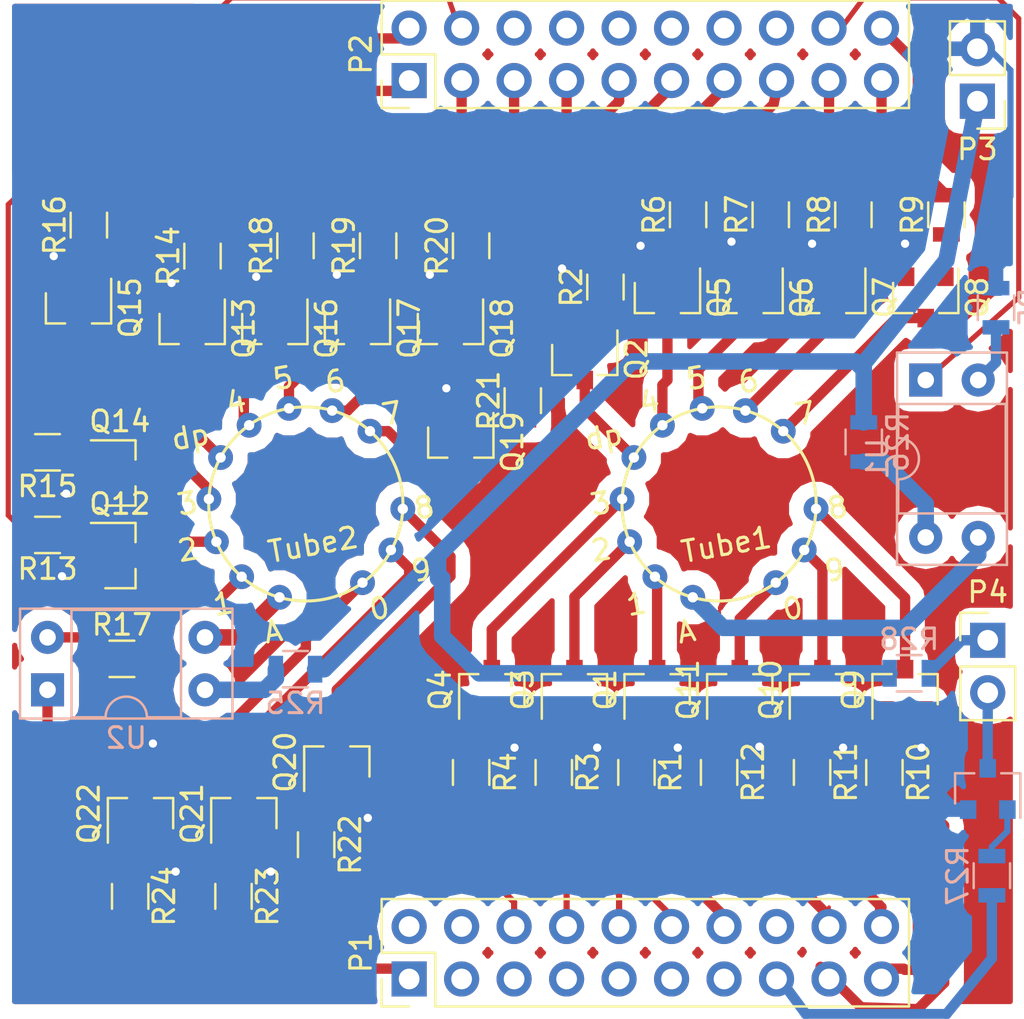
<source format=kicad_pcb>
(kicad_pcb (version 4) (host pcbnew 4.0.4-stable)
  (layers (0 F.Cu signal hide) (31 B.Cu signal) (34 B.Paste user hide) (35 F.Paste user hide) (36 B.SilkS user hide) (37 F.SilkS user) (38 B.Mask user) (39 F.Mask user) (44 Edge.Cuts user hide))
  (net 0 "")
  (net 1 "Net-(Q1-Pad1)")
  (net 2 GND)
  (net 3 "Net-(Q1-Pad3)")
  (net 4 "Net-(Q2-Pad1)")
  (net 5 "Net-(Q2-Pad3)")
  (net 6 "Net-(Q3-Pad1)")
  (net 7 "Net-(Q3-Pad3)")
  (net 8 "Net-(Q4-Pad1)")
  (net 9 "Net-(Q4-Pad3)")
  (net 10 "Net-(Q5-Pad1)")
  (net 11 "Net-(Q5-Pad3)")
  (net 12 "Net-(Q6-Pad1)")
  (net 13 "Net-(Q6-Pad3)")
  (net 14 "Net-(Q7-Pad1)")
  (net 15 "Net-(Q7-Pad3)")
  (net 16 "Net-(Q8-Pad1)")
  (net 17 "Net-(Q8-Pad3)")
  (net 18 "Net-(Q9-Pad1)")
  (net 19 "Net-(Q9-Pad3)")
  (net 20 "Net-(Q10-Pad1)")
  (net 21 "Net-(Q10-Pad3)")
  (net 22 "Net-(Q11-Pad1)")
  (net 23 "Net-(Q11-Pad3)")
  (net 24 "Net-(R5-Pad1)")
  (net 25 "Net-(Tube1-Pad12)")
  (net 26 VAA)
  (net 27 "Net-(P1-Pad1)")
  (net 28 "Net-(P1-Pad2)")
  (net 29 "Net-(P1-Pad3)")
  (net 30 "Net-(P1-Pad5)")
  (net 31 "Net-(P1-Pad6)")
  (net 32 "Net-(P1-Pad7)")
  (net 33 "Net-(P1-Pad8)")
  (net 34 "Net-(P1-Pad9)")
  (net 35 "Net-(P1-Pad10)")
  (net 36 "Net-(P1-Pad11)")
  (net 37 "Net-(P1-Pad12)")
  (net 38 "Net-(P1-Pad13)")
  (net 39 "Net-(P1-Pad14)")
  (net 40 "Net-(P1-Pad15)")
  (net 41 "Net-(P1-Pad16)")
  (net 42 "Net-(P1-Pad17)")
  (net 43 "Net-(P1-Pad18)")
  (net 44 "Net-(P1-Pad19)")
  (net 45 "Net-(P1-Pad20)")
  (net 46 "Net-(P2-Pad1)")
  (net 47 "Net-(P2-Pad2)")
  (net 48 "Net-(P2-Pad3)")
  (net 49 "Net-(P2-Pad4)")
  (net 50 "Net-(P2-Pad5)")
  (net 51 "Net-(P2-Pad6)")
  (net 52 "Net-(P2-Pad7)")
  (net 53 "Net-(P2-Pad8)")
  (net 54 "Net-(P2-Pad9)")
  (net 55 "Net-(P2-Pad10)")
  (net 56 "Net-(P2-Pad11)")
  (net 57 "Net-(P2-Pad12)")
  (net 58 "Net-(P2-Pad13)")
  (net 59 "Net-(P2-Pad14)")
  (net 60 "Net-(P2-Pad15)")
  (net 61 "Net-(P2-Pad16)")
  (net 62 "Net-(P2-Pad17)")
  (net 63 "Net-(P2-Pad18)")
  (net 64 "Net-(P2-Pad19)")
  (net 65 "Net-(P2-Pad20)")
  (net 66 "Net-(Q12-Pad1)")
  (net 67 "Net-(Q12-Pad3)")
  (net 68 "Net-(Q13-Pad1)")
  (net 69 "Net-(Q13-Pad3)")
  (net 70 "Net-(Q14-Pad1)")
  (net 71 "Net-(Q14-Pad3)")
  (net 72 "Net-(Q15-Pad1)")
  (net 73 "Net-(Q15-Pad3)")
  (net 74 "Net-(Q16-Pad1)")
  (net 75 "Net-(Q16-Pad3)")
  (net 76 "Net-(Q17-Pad1)")
  (net 77 "Net-(Q17-Pad3)")
  (net 78 "Net-(Q18-Pad1)")
  (net 79 "Net-(Q18-Pad3)")
  (net 80 "Net-(Q19-Pad1)")
  (net 81 "Net-(Q19-Pad3)")
  (net 82 "Net-(Q20-Pad1)")
  (net 83 "Net-(Q20-Pad3)")
  (net 84 "Net-(Q21-Pad1)")
  (net 85 "Net-(Q21-Pad3)")
  (net 86 "Net-(Q22-Pad1)")
  (net 87 "Net-(Q22-Pad3)")
  (net 88 "Net-(R17-Pad1)")
  (net 89 "Net-(Tube2-Pad12)")
  (net 90 "Net-(R25-Pad1)")
  (net 91 "Net-(R26-Pad1)")
  (net 92 "Net-(Q23-Pad1)")
  (net 93 "Net-(P4-Pad2)")
  (net 94 "Net-(P4-Pad1)")
  (module nixie-lib:zm1210-new (layer F.Cu) (at 125 100 10)
    (fp_text reference Tube1 (at 0 2 10) (layer F.SilkS))
    (fp_text value zm1210)
    (fp_text user dp (at -4.94 -4.17 10) (layer F.SilkS))
    (fp_text user 9 (at 4.95 4.13 10) (layer F.SilkS))
    (fp_text user 0 (at 2.63 5.61 10) (layer F.SilkS))
    (fp_text user A (at -2.63 5.81 10) (layer F.SilkS))
    (fp_text user 1 (at -4.78 4.07 10) (layer F.SilkS))
    (fp_text user 2 (at -6.01 1.2 10) (layer F.SilkS))
    (fp_text user 3 (at -5.64 -1.01 10) (layer F.SilkS))
    (fp_text user 4 (at -2.46 -5.43 10) (layer F.SilkS))
    (fp_text user 5 (at -0.03 -6.18 10) (layer F.SilkS))
    (fp_text user 6 (at 2.43 -5.59 10) (layer F.SilkS))
    (fp_text user 7 (at 4.86 -3.58 10) (layer F.SilkS))
    (fp_text user 8 (at 5.62 1.17 10) (layer F.SilkS))
    (pad 10 thru_hole circle (at 2.04 4.23 10) (size 1.2 1.2) (drill 0.5) (layers *.Cu *.Mask) (net 23 "Net-(Q11-Pad3)"))
    (pad 9 thru_hole circle (at 3.67 2.91 10) (size 1.2 1.2) (drill 0.5) (layers *.Cu *.Mask) (net 21 "Net-(Q10-Pad3)"))
    (pad 8 thru_hole circle (at 4.58 1.05 10) (size 1.2 1.2) (drill 0.5) (layers *.Cu *.Mask) (net 19 "Net-(Q9-Pad3)"))
    (pad 7 thru_hole circle (at 3.67 -2.93 10) (size 1.2 1.2) (drill 0.5) (layers *.Cu *.Mask) (net 17 "Net-(Q8-Pad3)"))
    (pad 6 thru_hole circle (at 2.04 -4.23 10) (size 1.2 1.2) (drill 0.5) (layers *.Cu *.Mask) (net 15 "Net-(Q7-Pad3)"))
    (pad 5 thru_hole circle (at 0 -4.7 10) (size 1.2 1.2) (drill 0.5) (layers *.Cu *.Mask) (net 13 "Net-(Q6-Pad3)"))
    (pad 4 thru_hole circle (at -2.04 -4.23 10) (size 1.2 1.2) (drill 0.5) (layers *.Cu *.Mask) (net 11 "Net-(Q5-Pad3)"))
    (pad 11 thru_hole circle (at -3.67 -2.93 10) (size 1.2 1.2) (drill 0.5) (layers *.Cu *.Mask) (net 5 "Net-(Q2-Pad3)"))
    (pad 3 thru_hole circle (at -4.58 -1.05 10) (size 1.2 1.2) (drill 0.5) (layers *.Cu *.Mask) (net 9 "Net-(Q4-Pad3)"))
    (pad 2 thru_hole circle (at -4.58 1.05 10) (size 1.2 1.2) (drill 0.5) (layers *.Cu *.Mask) (net 7 "Net-(Q3-Pad3)"))
    (pad 1 thru_hole circle (at -3.67 2.93 10) (size 1.2 1.2) (drill 0.5) (layers *.Cu *.Mask) (net 3 "Net-(Q1-Pad3)"))
    (pad 12 thru_hole circle (at -2.04 4.23 10) (size 1.2 1.2) (drill 0.5) (layers *.Cu *.Mask) (net 25 "Net-(Tube1-Pad12)"))
  )
  (module nixie-lib:zm1210-new (layer F.Cu) (at 105 100 10)
    (fp_text reference Tube2 (at 0 2 10) (layer F.SilkS))
    (fp_text value zm1210)
    (fp_text user dp (at -4.94 -4.17 10) (layer F.SilkS))
    (fp_text user 9 (at 4.95 4.13 10) (layer F.SilkS))
    (fp_text user 0 (at 2.63 5.61 10) (layer F.SilkS))
    (fp_text user A (at -2.63 5.81 10) (layer F.SilkS))
    (fp_text user 1 (at -4.78 4.07 10) (layer F.SilkS))
    (fp_text user 2 (at -6.01 1.2 10) (layer F.SilkS))
    (fp_text user 3 (at -5.64 -1.01 10) (layer F.SilkS))
    (fp_text user 4 (at -2.46 -5.43 10) (layer F.SilkS))
    (fp_text user 5 (at -0.03 -6.18 10) (layer F.SilkS))
    (fp_text user 6 (at 2.43 -5.59 10) (layer F.SilkS))
    (fp_text user 7 (at 4.86 -3.58 10) (layer F.SilkS))
    (fp_text user 8 (at 5.62 1.17 10) (layer F.SilkS))
    (pad 10 thru_hole circle (at 2.04 4.23 10) (size 1.2 1.2) (drill 0.5) (layers *.Cu *.Mask) (net 87 "Net-(Q22-Pad3)"))
    (pad 9 thru_hole circle (at 3.67 2.91 10) (size 1.2 1.2) (drill 0.5) (layers *.Cu *.Mask) (net 85 "Net-(Q21-Pad3)"))
    (pad 8 thru_hole circle (at 4.58 1.05 10) (size 1.2 1.2) (drill 0.5) (layers *.Cu *.Mask) (net 83 "Net-(Q20-Pad3)"))
    (pad 7 thru_hole circle (at 3.67 -2.93 10) (size 1.2 1.2) (drill 0.5) (layers *.Cu *.Mask) (net 81 "Net-(Q19-Pad3)"))
    (pad 6 thru_hole circle (at 2.04 -4.23 10) (size 1.2 1.2) (drill 0.5) (layers *.Cu *.Mask) (net 79 "Net-(Q18-Pad3)"))
    (pad 5 thru_hole circle (at 0 -4.7 10) (size 1.2 1.2) (drill 0.5) (layers *.Cu *.Mask) (net 77 "Net-(Q17-Pad3)"))
    (pad 4 thru_hole circle (at -2.04 -4.23 10) (size 1.2 1.2) (drill 0.5) (layers *.Cu *.Mask) (net 75 "Net-(Q16-Pad3)"))
    (pad 11 thru_hole circle (at -3.67 -2.93 10) (size 1.2 1.2) (drill 0.5) (layers *.Cu *.Mask) (net 69 "Net-(Q13-Pad3)"))
    (pad 3 thru_hole circle (at -4.58 -1.05 10) (size 1.2 1.2) (drill 0.5) (layers *.Cu *.Mask) (net 73 "Net-(Q15-Pad3)"))
    (pad 2 thru_hole circle (at -4.58 1.05 10) (size 1.2 1.2) (drill 0.5) (layers *.Cu *.Mask) (net 71 "Net-(Q14-Pad3)"))
    (pad 1 thru_hole circle (at -3.67 2.93 10) (size 1.2 1.2) (drill 0.5) (layers *.Cu *.Mask) (net 67 "Net-(Q12-Pad3)"))
    (pad 12 thru_hole circle (at -2.04 4.23 10) (size 1.2 1.2) (drill 0.5) (layers *.Cu *.Mask) (net 89 "Net-(Tube2-Pad12)"))
  )
  (module Pin_Headers:Pin_Header_Straight_1x02_Pitch2.54mm (layer F.Cu) (at 138 106.6)
    (fp_text reference P4 (at 0 -2.33) (layer F.SilkS))
    (fp_text value dot)
    (pad 1 thru_hole rect (at 0 0) (size 1.7 1.7) (drill 1) (layers *.Cu *.Mask) (net 94 "Net-(P4-Pad1)"))
    (pad 2 thru_hole oval (at 0 2.54) (size 1.7 1.7) (drill 1) (layers *.Cu *.Mask) (net 93 "Net-(P4-Pad2)"))
  )
  (module Housings_DIP:DIP-4_W7.62mm_Socket (layer B.Cu) (at 135 94 270)
    (fp_text reference U1 (at 3.81 2.33 270) (layer B.SilkS) (effects (justify mirror)))
    (fp_text value TLP627)
    (pad 1 thru_hole rect (at 0 0 270) (size 1.6 1.6) (drill 0.8) (layers *.Cu *.Mask) (net 63 "Net-(P2-Pad18)"))
    (pad 3 thru_hole oval (at 7.62 -2.54 270) (size 1.6 1.6) (drill 0.8) (layers *.Cu *.Mask) (net 25 "Net-(Tube1-Pad12)"))
    (pad 2 thru_hole oval (at 0 -2.54 270) (size 1.6 1.6) (drill 0.8) (layers *.Cu *.Mask) (net 24 "Net-(R5-Pad1)"))
    (pad 4 thru_hole oval (at 7.62 0 270) (size 1.6 1.6) (drill 0.8) (layers *.Cu *.Mask) (net 91 "Net-(R26-Pad1)"))
  )
  (module Pin_Headers:Pin_Header_Straight_2x10_Pitch2.54mm (layer F.Cu) (at 110 123 90)
    (fp_text reference P1 (at 1.27 -2.33 90) (layer F.SilkS))
    (fp_text value CONN_02X10)
    (pad 1 thru_hole rect (at 0 0 90) (size 1.7 1.7) (drill 1) (layers *.Cu *.Mask) (net 27 "Net-(P1-Pad1)"))
    (pad 2 thru_hole oval (at 2.54 0 90) (size 1.7 1.7) (drill 1) (layers *.Cu *.Mask) (net 28 "Net-(P1-Pad2)"))
    (pad 3 thru_hole oval (at 0 2.54 90) (size 1.7 1.7) (drill 1) (layers *.Cu *.Mask) (net 29 "Net-(P1-Pad3)"))
    (pad 4 thru_hole oval (at 2.54 2.54 90) (size 1.7 1.7) (drill 1) (layers *.Cu *.Mask) (net 28 "Net-(P1-Pad2)"))
    (pad 5 thru_hole oval (at 0 5.08 90) (size 1.7 1.7) (drill 1) (layers *.Cu *.Mask) (net 30 "Net-(P1-Pad5)"))
    (pad 6 thru_hole oval (at 2.54 5.08 90) (size 1.7 1.7) (drill 1) (layers *.Cu *.Mask) (net 31 "Net-(P1-Pad6)"))
    (pad 7 thru_hole oval (at 0 7.62 90) (size 1.7 1.7) (drill 1) (layers *.Cu *.Mask) (net 32 "Net-(P1-Pad7)"))
    (pad 8 thru_hole oval (at 2.54 7.62 90) (size 1.7 1.7) (drill 1) (layers *.Cu *.Mask) (net 33 "Net-(P1-Pad8)"))
    (pad 9 thru_hole oval (at 0 10.16 90) (size 1.7 1.7) (drill 1) (layers *.Cu *.Mask) (net 34 "Net-(P1-Pad9)"))
    (pad 10 thru_hole oval (at 2.54 10.16 90) (size 1.7 1.7) (drill 1) (layers *.Cu *.Mask) (net 35 "Net-(P1-Pad10)"))
    (pad 11 thru_hole oval (at 0 12.7 90) (size 1.7 1.7) (drill 1) (layers *.Cu *.Mask) (net 36 "Net-(P1-Pad11)"))
    (pad 12 thru_hole oval (at 2.54 12.7 90) (size 1.7 1.7) (drill 1) (layers *.Cu *.Mask) (net 37 "Net-(P1-Pad12)"))
    (pad 13 thru_hole oval (at 0 15.24 90) (size 1.7 1.7) (drill 1) (layers *.Cu *.Mask) (net 38 "Net-(P1-Pad13)"))
    (pad 14 thru_hole oval (at 2.54 15.24 90) (size 1.7 1.7) (drill 1) (layers *.Cu *.Mask) (net 39 "Net-(P1-Pad14)"))
    (pad 15 thru_hole oval (at 0 17.78 90) (size 1.7 1.7) (drill 1) (layers *.Cu *.Mask) (net 40 "Net-(P1-Pad15)"))
    (pad 16 thru_hole oval (at 2.54 17.78 90) (size 1.7 1.7) (drill 1) (layers *.Cu *.Mask) (net 41 "Net-(P1-Pad16)"))
    (pad 17 thru_hole oval (at 0 20.32 90) (size 1.7 1.7) (drill 1) (layers *.Cu *.Mask) (net 42 "Net-(P1-Pad17)"))
    (pad 18 thru_hole oval (at 2.54 20.32 90) (size 1.7 1.7) (drill 1) (layers *.Cu *.Mask) (net 43 "Net-(P1-Pad18)"))
    (pad 19 thru_hole oval (at 0 22.86 90) (size 1.7 1.7) (drill 1) (layers *.Cu *.Mask) (net 44 "Net-(P1-Pad19)"))
    (pad 20 thru_hole oval (at 2.54 22.86 90) (size 1.7 1.7) (drill 1) (layers *.Cu *.Mask) (net 45 "Net-(P1-Pad20)"))
  )
  (module Pin_Headers:Pin_Header_Straight_2x10_Pitch2.54mm (layer F.Cu) (at 110 79.5 90)
    (fp_text reference P2 (at 1.27 -2.33 90) (layer F.SilkS))
    (fp_text value CONN_02X10)
    (pad 1 thru_hole rect (at 0 0 90) (size 1.7 1.7) (drill 1) (layers *.Cu *.Mask) (net 46 "Net-(P2-Pad1)"))
    (pad 2 thru_hole oval (at 2.54 0 90) (size 1.7 1.7) (drill 1) (layers *.Cu *.Mask) (net 47 "Net-(P2-Pad2)"))
    (pad 3 thru_hole oval (at 0 2.54 90) (size 1.7 1.7) (drill 1) (layers *.Cu *.Mask) (net 48 "Net-(P2-Pad3)"))
    (pad 4 thru_hole oval (at 2.54 2.54 90) (size 1.7 1.7) (drill 1) (layers *.Cu *.Mask) (net 49 "Net-(P2-Pad4)"))
    (pad 5 thru_hole oval (at 0 5.08 90) (size 1.7 1.7) (drill 1) (layers *.Cu *.Mask) (net 50 "Net-(P2-Pad5)"))
    (pad 6 thru_hole oval (at 2.54 5.08 90) (size 1.7 1.7) (drill 1) (layers *.Cu *.Mask) (net 51 "Net-(P2-Pad6)"))
    (pad 7 thru_hole oval (at 0 7.62 90) (size 1.7 1.7) (drill 1) (layers *.Cu *.Mask) (net 52 "Net-(P2-Pad7)"))
    (pad 8 thru_hole oval (at 2.54 7.62 90) (size 1.7 1.7) (drill 1) (layers *.Cu *.Mask) (net 53 "Net-(P2-Pad8)"))
    (pad 9 thru_hole oval (at 0 10.16 90) (size 1.7 1.7) (drill 1) (layers *.Cu *.Mask) (net 54 "Net-(P2-Pad9)"))
    (pad 10 thru_hole oval (at 2.54 10.16 90) (size 1.7 1.7) (drill 1) (layers *.Cu *.Mask) (net 55 "Net-(P2-Pad10)"))
    (pad 11 thru_hole oval (at 0 12.7 90) (size 1.7 1.7) (drill 1) (layers *.Cu *.Mask) (net 56 "Net-(P2-Pad11)"))
    (pad 12 thru_hole oval (at 2.54 12.7 90) (size 1.7 1.7) (drill 1) (layers *.Cu *.Mask) (net 57 "Net-(P2-Pad12)"))
    (pad 13 thru_hole oval (at 0 15.24 90) (size 1.7 1.7) (drill 1) (layers *.Cu *.Mask) (net 58 "Net-(P2-Pad13)"))
    (pad 14 thru_hole oval (at 2.54 15.24 90) (size 1.7 1.7) (drill 1) (layers *.Cu *.Mask) (net 59 "Net-(P2-Pad14)"))
    (pad 15 thru_hole oval (at 0 17.78 90) (size 1.7 1.7) (drill 1) (layers *.Cu *.Mask) (net 60 "Net-(P2-Pad15)"))
    (pad 16 thru_hole oval (at 2.54 17.78 90) (size 1.7 1.7) (drill 1) (layers *.Cu *.Mask) (net 61 "Net-(P2-Pad16)"))
    (pad 17 thru_hole oval (at 0 20.32 90) (size 1.7 1.7) (drill 1) (layers *.Cu *.Mask) (net 62 "Net-(P2-Pad17)"))
    (pad 18 thru_hole oval (at 2.54 20.32 90) (size 1.7 1.7) (drill 1) (layers *.Cu *.Mask) (net 63 "Net-(P2-Pad18)"))
    (pad 19 thru_hole oval (at 0 22.86 90) (size 1.7 1.7) (drill 1) (layers *.Cu *.Mask) (net 64 "Net-(P2-Pad19)"))
    (pad 20 thru_hole oval (at 2.54 22.86 90) (size 1.7 1.7) (drill 1) (layers *.Cu *.Mask) (net 65 "Net-(P2-Pad20)"))
  )
  (module Housings_DIP:DIP-4_W7.62mm_Socket (layer B.Cu) (at 92.5 109)
    (fp_text reference U2 (at 3.81 2.33) (layer B.SilkS) (effects (justify mirror)))
    (fp_text value TLP627)
    (pad 1 thru_hole rect (at 0 0) (size 1.6 1.6) (drill 0.8) (layers *.Cu *.Mask) (net 27 "Net-(P1-Pad1)"))
    (pad 3 thru_hole oval (at 7.62 -2.54) (size 1.6 1.6) (drill 0.8) (layers *.Cu *.Mask) (net 89 "Net-(Tube2-Pad12)"))
    (pad 2 thru_hole oval (at 0 -2.54) (size 1.6 1.6) (drill 0.8) (layers *.Cu *.Mask) (net 88 "Net-(R17-Pad1)"))
    (pad 4 thru_hole oval (at 7.62 0) (size 1.6 1.6) (drill 0.8) (layers *.Cu *.Mask) (net 90 "Net-(R25-Pad1)"))
  )
  (module TO_SOT_Packages_SMD:SOT-23 (layer F.Cu) (at 122 109 90)
    (fp_text reference Q1 (at 0 -2.5 90) (layer F.SilkS))
    (fp_text value BC850)
    (pad 1 smd rect (at -1 -0.95 90) (size 0.9 0.8) (layers F.Cu F.Paste F.Mask) (net 1 "Net-(Q1-Pad1)"))
    (pad 2 smd rect (at -1 0.95 90) (size 0.9 0.8) (layers F.Cu F.Paste F.Mask) (net 2 GND))
    (pad 3 smd rect (at 1 0 90) (size 0.9 0.8) (layers F.Cu F.Paste F.Mask) (net 3 "Net-(Q1-Pad3)"))
  )
  (module TO_SOT_Packages_SMD:SOT-23 (layer F.Cu) (at 118.5 93 270)
    (fp_text reference Q2 (at 0 -2.5 270) (layer F.SilkS))
    (fp_text value BC850)
    (pad 1 smd rect (at -1 -0.95 270) (size 0.9 0.8) (layers F.Cu F.Paste F.Mask) (net 4 "Net-(Q2-Pad1)"))
    (pad 2 smd rect (at -1 0.95 270) (size 0.9 0.8) (layers F.Cu F.Paste F.Mask) (net 2 GND))
    (pad 3 smd rect (at 1 0 270) (size 0.9 0.8) (layers F.Cu F.Paste F.Mask) (net 5 "Net-(Q2-Pad3)"))
  )
  (module TO_SOT_Packages_SMD:SOT-23 (layer F.Cu) (at 118 109 90)
    (fp_text reference Q3 (at 0 -2.5 90) (layer F.SilkS))
    (fp_text value BC850)
    (pad 1 smd rect (at -1 -0.95 90) (size 0.9 0.8) (layers F.Cu F.Paste F.Mask) (net 6 "Net-(Q3-Pad1)"))
    (pad 2 smd rect (at -1 0.95 90) (size 0.9 0.8) (layers F.Cu F.Paste F.Mask) (net 2 GND))
    (pad 3 smd rect (at 1 0 90) (size 0.9 0.8) (layers F.Cu F.Paste F.Mask) (net 7 "Net-(Q3-Pad3)"))
  )
  (module TO_SOT_Packages_SMD:SOT-23 (layer F.Cu) (at 114 109 90)
    (fp_text reference Q4 (at 0 -2.5 90) (layer F.SilkS))
    (fp_text value BC850)
    (pad 1 smd rect (at -1 -0.95 90) (size 0.9 0.8) (layers F.Cu F.Paste F.Mask) (net 8 "Net-(Q4-Pad1)"))
    (pad 2 smd rect (at -1 0.95 90) (size 0.9 0.8) (layers F.Cu F.Paste F.Mask) (net 2 GND))
    (pad 3 smd rect (at 1 0 90) (size 0.9 0.8) (layers F.Cu F.Paste F.Mask) (net 9 "Net-(Q4-Pad3)"))
  )
  (module TO_SOT_Packages_SMD:SOT-23 (layer F.Cu) (at 122.5 90 270)
    (fp_text reference Q5 (at 0 -2.5 270) (layer F.SilkS))
    (fp_text value BC850)
    (pad 1 smd rect (at -1 -0.95 270) (size 0.9 0.8) (layers F.Cu F.Paste F.Mask) (net 10 "Net-(Q5-Pad1)"))
    (pad 2 smd rect (at -1 0.95 270) (size 0.9 0.8) (layers F.Cu F.Paste F.Mask) (net 2 GND))
    (pad 3 smd rect (at 1 0 270) (size 0.9 0.8) (layers F.Cu F.Paste F.Mask) (net 11 "Net-(Q5-Pad3)"))
  )
  (module TO_SOT_Packages_SMD:SOT-23 (layer F.Cu) (at 126.5 90 270)
    (fp_text reference Q6 (at 0 -2.5 270) (layer F.SilkS))
    (fp_text value BC850)
    (pad 1 smd rect (at -1 -0.95 270) (size 0.9 0.8) (layers F.Cu F.Paste F.Mask) (net 12 "Net-(Q6-Pad1)"))
    (pad 2 smd rect (at -1 0.95 270) (size 0.9 0.8) (layers F.Cu F.Paste F.Mask) (net 2 GND))
    (pad 3 smd rect (at 1 0 270) (size 0.9 0.8) (layers F.Cu F.Paste F.Mask) (net 13 "Net-(Q6-Pad3)"))
  )
  (module TO_SOT_Packages_SMD:SOT-23 (layer F.Cu) (at 130.5 90 270)
    (fp_text reference Q7 (at 0 -2.5 270) (layer F.SilkS))
    (fp_text value BC850)
    (pad 1 smd rect (at -1 -0.95 270) (size 0.9 0.8) (layers F.Cu F.Paste F.Mask) (net 14 "Net-(Q7-Pad1)"))
    (pad 2 smd rect (at -1 0.95 270) (size 0.9 0.8) (layers F.Cu F.Paste F.Mask) (net 2 GND))
    (pad 3 smd rect (at 1 0 270) (size 0.9 0.8) (layers F.Cu F.Paste F.Mask) (net 15 "Net-(Q7-Pad3)"))
  )
  (module TO_SOT_Packages_SMD:SOT-23 (layer F.Cu) (at 135 90 270)
    (fp_text reference Q8 (at 0 -2.5 270) (layer F.SilkS))
    (fp_text value BC850)
    (pad 1 smd rect (at -1 -0.95 270) (size 0.9 0.8) (layers F.Cu F.Paste F.Mask) (net 16 "Net-(Q8-Pad1)"))
    (pad 2 smd rect (at -1 0.95 270) (size 0.9 0.8) (layers F.Cu F.Paste F.Mask) (net 2 GND))
    (pad 3 smd rect (at 1 0 270) (size 0.9 0.8) (layers F.Cu F.Paste F.Mask) (net 17 "Net-(Q8-Pad3)"))
  )
  (module TO_SOT_Packages_SMD:SOT-23 (layer F.Cu) (at 134 109 90)
    (fp_text reference Q9 (at 0 -2.5 90) (layer F.SilkS))
    (fp_text value BC850)
    (pad 1 smd rect (at -1 -0.95 90) (size 0.9 0.8) (layers F.Cu F.Paste F.Mask) (net 18 "Net-(Q9-Pad1)"))
    (pad 2 smd rect (at -1 0.95 90) (size 0.9 0.8) (layers F.Cu F.Paste F.Mask) (net 2 GND))
    (pad 3 smd rect (at 1 0 90) (size 0.9 0.8) (layers F.Cu F.Paste F.Mask) (net 19 "Net-(Q9-Pad3)"))
  )
  (module TO_SOT_Packages_SMD:SOT-23 (layer F.Cu) (at 130 109 90)
    (fp_text reference Q10 (at 0 -2.5 90) (layer F.SilkS))
    (fp_text value BC850)
    (pad 1 smd rect (at -1 -0.95 90) (size 0.9 0.8) (layers F.Cu F.Paste F.Mask) (net 20 "Net-(Q10-Pad1)"))
    (pad 2 smd rect (at -1 0.95 90) (size 0.9 0.8) (layers F.Cu F.Paste F.Mask) (net 2 GND))
    (pad 3 smd rect (at 1 0 90) (size 0.9 0.8) (layers F.Cu F.Paste F.Mask) (net 21 "Net-(Q10-Pad3)"))
  )
  (module TO_SOT_Packages_SMD:SOT-23 (layer F.Cu) (at 126 109 90)
    (fp_text reference Q11 (at 0 -2.5 90) (layer F.SilkS))
    (fp_text value BC850)
    (pad 1 smd rect (at -1 -0.95 90) (size 0.9 0.8) (layers F.Cu F.Paste F.Mask) (net 22 "Net-(Q11-Pad1)"))
    (pad 2 smd rect (at -1 0.95 90) (size 0.9 0.8) (layers F.Cu F.Paste F.Mask) (net 2 GND))
    (pad 3 smd rect (at 1 0 90) (size 0.9 0.8) (layers F.Cu F.Paste F.Mask) (net 23 "Net-(Q11-Pad3)"))
  )
  (module TO_SOT_Packages_SMD:SOT-23 (layer F.Cu) (at 96 102.5)
    (fp_text reference Q12 (at 0 -2.5) (layer F.SilkS))
    (fp_text value BC850)
    (pad 1 smd rect (at -1 -0.95) (size 0.9 0.8) (layers F.Cu F.Paste F.Mask) (net 66 "Net-(Q12-Pad1)"))
    (pad 2 smd rect (at -1 0.95) (size 0.9 0.8) (layers F.Cu F.Paste F.Mask) (net 2 GND))
    (pad 3 smd rect (at 1 0) (size 0.9 0.8) (layers F.Cu F.Paste F.Mask) (net 67 "Net-(Q12-Pad3)"))
  )
  (module TO_SOT_Packages_SMD:SOT-23 (layer F.Cu) (at 99.5 91.5 270)
    (fp_text reference Q13 (at 0 -2.5 270) (layer F.SilkS))
    (fp_text value BC850)
    (pad 1 smd rect (at -1 -0.95 270) (size 0.9 0.8) (layers F.Cu F.Paste F.Mask) (net 68 "Net-(Q13-Pad1)"))
    (pad 2 smd rect (at -1 0.95 270) (size 0.9 0.8) (layers F.Cu F.Paste F.Mask) (net 2 GND))
    (pad 3 smd rect (at 1 0 270) (size 0.9 0.8) (layers F.Cu F.Paste F.Mask) (net 69 "Net-(Q13-Pad3)"))
  )
  (module TO_SOT_Packages_SMD:SOT-23 (layer F.Cu) (at 96 98.5)
    (fp_text reference Q14 (at 0 -2.5) (layer F.SilkS))
    (fp_text value BC850)
    (pad 1 smd rect (at -1 -0.95) (size 0.9 0.8) (layers F.Cu F.Paste F.Mask) (net 70 "Net-(Q14-Pad1)"))
    (pad 2 smd rect (at -1 0.95) (size 0.9 0.8) (layers F.Cu F.Paste F.Mask) (net 2 GND))
    (pad 3 smd rect (at 1 0) (size 0.9 0.8) (layers F.Cu F.Paste F.Mask) (net 71 "Net-(Q14-Pad3)"))
  )
  (module TO_SOT_Packages_SMD:SOT-23 (layer F.Cu) (at 94 90.5 270)
    (fp_text reference Q15 (at 0 -2.5 270) (layer F.SilkS))
    (fp_text value BC850)
    (pad 1 smd rect (at -1 -0.95 270) (size 0.9 0.8) (layers F.Cu F.Paste F.Mask) (net 72 "Net-(Q15-Pad1)"))
    (pad 2 smd rect (at -1 0.95 270) (size 0.9 0.8) (layers F.Cu F.Paste F.Mask) (net 2 GND))
    (pad 3 smd rect (at 1 0 270) (size 0.9 0.8) (layers F.Cu F.Paste F.Mask) (net 73 "Net-(Q15-Pad3)"))
  )
  (module TO_SOT_Packages_SMD:SOT-23 (layer F.Cu) (at 103.5 91.5 270)
    (fp_text reference Q16 (at 0 -2.5 270) (layer F.SilkS))
    (fp_text value BC850)
    (pad 1 smd rect (at -1 -0.95 270) (size 0.9 0.8) (layers F.Cu F.Paste F.Mask) (net 74 "Net-(Q16-Pad1)"))
    (pad 2 smd rect (at -1 0.95 270) (size 0.9 0.8) (layers F.Cu F.Paste F.Mask) (net 2 GND))
    (pad 3 smd rect (at 1 0 270) (size 0.9 0.8) (layers F.Cu F.Paste F.Mask) (net 75 "Net-(Q16-Pad3)"))
  )
  (module TO_SOT_Packages_SMD:SOT-23 (layer F.Cu) (at 107.5 91.5 270)
    (fp_text reference Q17 (at 0 -2.5 270) (layer F.SilkS))
    (fp_text value BC850)
    (pad 1 smd rect (at -1 -0.95 270) (size 0.9 0.8) (layers F.Cu F.Paste F.Mask) (net 76 "Net-(Q17-Pad1)"))
    (pad 2 smd rect (at -1 0.95 270) (size 0.9 0.8) (layers F.Cu F.Paste F.Mask) (net 2 GND))
    (pad 3 smd rect (at 1 0 270) (size 0.9 0.8) (layers F.Cu F.Paste F.Mask) (net 77 "Net-(Q17-Pad3)"))
  )
  (module TO_SOT_Packages_SMD:SOT-23 (layer F.Cu) (at 112 91.5 270)
    (fp_text reference Q18 (at 0 -2.5 270) (layer F.SilkS))
    (fp_text value BC850)
    (pad 1 smd rect (at -1 -0.95 270) (size 0.9 0.8) (layers F.Cu F.Paste F.Mask) (net 78 "Net-(Q18-Pad1)"))
    (pad 2 smd rect (at -1 0.95 270) (size 0.9 0.8) (layers F.Cu F.Paste F.Mask) (net 2 GND))
    (pad 3 smd rect (at 1 0 270) (size 0.9 0.8) (layers F.Cu F.Paste F.Mask) (net 79 "Net-(Q18-Pad3)"))
  )
  (module TO_SOT_Packages_SMD:SOT-23 (layer F.Cu) (at 112.5 97 270)
    (fp_text reference Q19 (at 0 -2.5 270) (layer F.SilkS))
    (fp_text value BC850 hide)
    (pad 1 smd rect (at -1 -0.95 270) (size 0.9 0.8) (layers F.Cu F.Paste F.Mask) (net 80 "Net-(Q19-Pad1)"))
    (pad 2 smd rect (at -1 0.95 270) (size 0.9 0.8) (layers F.Cu F.Paste F.Mask) (net 2 GND))
    (pad 3 smd rect (at 1 0 270) (size 0.9 0.8) (layers F.Cu F.Paste F.Mask) (net 81 "Net-(Q19-Pad3)"))
  )
  (module TO_SOT_Packages_SMD:SOT-23 (layer F.Cu) (at 106.5 112.5 90)
    (fp_text reference Q20 (at 0 -2.5 90) (layer F.SilkS))
    (fp_text value BC850)
    (pad 1 smd rect (at -1 -0.95 90) (size 0.9 0.8) (layers F.Cu F.Paste F.Mask) (net 82 "Net-(Q20-Pad1)"))
    (pad 2 smd rect (at -1 0.95 90) (size 0.9 0.8) (layers F.Cu F.Paste F.Mask) (net 2 GND))
    (pad 3 smd rect (at 1 0 90) (size 0.9 0.8) (layers F.Cu F.Paste F.Mask) (net 83 "Net-(Q20-Pad3)"))
  )
  (module TO_SOT_Packages_SMD:SOT-23 (layer F.Cu) (at 102 115 90)
    (fp_text reference Q21 (at 0 -2.5 90) (layer F.SilkS))
    (fp_text value BC850)
    (pad 1 smd rect (at -1 -0.95 90) (size 0.9 0.8) (layers F.Cu F.Paste F.Mask) (net 84 "Net-(Q21-Pad1)"))
    (pad 2 smd rect (at -1 0.95 90) (size 0.9 0.8) (layers F.Cu F.Paste F.Mask) (net 2 GND))
    (pad 3 smd rect (at 1 0 90) (size 0.9 0.8) (layers F.Cu F.Paste F.Mask) (net 85 "Net-(Q21-Pad3)"))
  )
  (module TO_SOT_Packages_SMD:SOT-23 (layer F.Cu) (at 97 115 90)
    (fp_text reference Q22 (at 0 -2.5 90) (layer F.SilkS))
    (fp_text value BC850)
    (pad 1 smd rect (at -1 -0.95 90) (size 0.9 0.8) (layers F.Cu F.Paste F.Mask) (net 86 "Net-(Q22-Pad1)"))
    (pad 2 smd rect (at -1 0.95 90) (size 0.9 0.8) (layers F.Cu F.Paste F.Mask) (net 2 GND))
    (pad 3 smd rect (at 1 0 90) (size 0.9 0.8) (layers F.Cu F.Paste F.Mask) (net 87 "Net-(Q22-Pad3)"))
  )
  (module Resistors_SMD:R_0805 (layer F.Cu) (at 121 113 270)
    (fp_text reference R1 (at 0 -1.65 270) (layer F.SilkS))
    (fp_text value 47k)
    (pad 1 smd rect (at -0.95 0 270) (size 0.7 1.3) (layers F.Cu F.Paste F.Mask) (net 1 "Net-(Q1-Pad1)"))
    (pad 2 smd rect (at 0.95 0 270) (size 0.7 1.3) (layers F.Cu F.Paste F.Mask) (net 43 "Net-(P1-Pad18)"))
  )
  (module Resistors_SMD:R_0805 (layer F.Cu) (at 113 113 270)
    (fp_text reference R4 (at 0 -1.65 270) (layer F.SilkS))
    (fp_text value 47k)
    (pad 1 smd rect (at -0.95 0 270) (size 0.7 1.3) (layers F.Cu F.Paste F.Mask) (net 8 "Net-(Q4-Pad1)"))
    (pad 2 smd rect (at 0.95 0 270) (size 0.7 1.3) (layers F.Cu F.Paste F.Mask) (net 37 "Net-(P1-Pad12)"))
  )
  (module Resistors_SMD:R_0805 (layer B.Cu) (at 138.4 90.5 90)
    (fp_text reference R5 (at 0 1.65 90) (layer B.SilkS) (effects (justify mirror)))
    (fp_text value 47k)
    (pad 1 smd rect (at -0.95 0 90) (size 0.7 1.3) (layers B.Cu B.Paste B.Mask) (net 24 "Net-(R5-Pad1)"))
    (pad 2 smd rect (at 0.95 0 90) (size 0.7 1.3) (layers B.Cu B.Paste B.Mask) (net 2 GND))
  )
  (module Resistors_SMD:R_0805 (layer F.Cu) (at 123.5 86 90)
    (fp_text reference R6 (at 0 -1.65 90) (layer F.SilkS))
    (fp_text value 47k)
    (pad 1 smd rect (at -0.95 0 90) (size 0.7 1.3) (layers F.Cu F.Paste F.Mask) (net 10 "Net-(Q5-Pad1)"))
    (pad 2 smd rect (at 0.95 0 90) (size 0.7 1.3) (layers F.Cu F.Paste F.Mask) (net 60 "Net-(P2-Pad15)"))
  )
  (module Resistors_SMD:R_0805 (layer F.Cu) (at 127.5 86 90)
    (fp_text reference R7 (at 0 -1.65 90) (layer F.SilkS))
    (fp_text value 47k)
    (pad 1 smd rect (at -0.95 0 90) (size 0.7 1.3) (layers F.Cu F.Paste F.Mask) (net 12 "Net-(Q6-Pad1)"))
    (pad 2 smd rect (at 0.95 0 90) (size 0.7 1.3) (layers F.Cu F.Paste F.Mask) (net 62 "Net-(P2-Pad17)"))
  )
  (module Resistors_SMD:R_0805 (layer F.Cu) (at 131.5 86 90)
    (fp_text reference R8 (at 0 -1.65 90) (layer F.SilkS))
    (fp_text value 47k)
    (pad 1 smd rect (at -0.95 0 90) (size 0.7 1.3) (layers F.Cu F.Paste F.Mask) (net 14 "Net-(Q7-Pad1)"))
    (pad 2 smd rect (at 0.95 0 90) (size 0.7 1.3) (layers F.Cu F.Paste F.Mask) (net 64 "Net-(P2-Pad19)"))
  )
  (module Resistors_SMD:R_0805 (layer F.Cu) (at 136 86 90)
    (fp_text reference R9 (at 0 -1.65 90) (layer F.SilkS))
    (fp_text value 47k)
    (pad 1 smd rect (at -0.95 0 90) (size 0.7 1.3) (layers F.Cu F.Paste F.Mask) (net 16 "Net-(Q8-Pad1)"))
    (pad 2 smd rect (at 0.95 0 90) (size 0.7 1.3) (layers F.Cu F.Paste F.Mask) (net 65 "Net-(P2-Pad20)"))
  )
  (module Resistors_SMD:R_0805 (layer F.Cu) (at 133 113 270)
    (fp_text reference R10 (at 0 -1.65 270) (layer F.SilkS))
    (fp_text value 47k)
    (pad 1 smd rect (at -0.95 0 270) (size 0.7 1.3) (layers F.Cu F.Paste F.Mask) (net 18 "Net-(Q9-Pad1)"))
    (pad 2 smd rect (at 0.95 0 270) (size 0.7 1.3) (layers F.Cu F.Paste F.Mask) (net 42 "Net-(P1-Pad17)"))
  )
  (module Resistors_SMD:R_0805 (layer F.Cu) (at 129.5 113 270)
    (fp_text reference R11 (at 0 -1.65 270) (layer F.SilkS))
    (fp_text value 47k)
    (pad 1 smd rect (at -0.95 0 270) (size 0.7 1.3) (layers F.Cu F.Paste F.Mask) (net 20 "Net-(Q10-Pad1)"))
    (pad 2 smd rect (at 0.95 0 270) (size 0.7 1.3) (layers F.Cu F.Paste F.Mask) (net 44 "Net-(P1-Pad19)"))
  )
  (module Resistors_SMD:R_0805 (layer F.Cu) (at 125 113 270)
    (fp_text reference R12 (at 0 -1.65 270) (layer F.SilkS))
    (fp_text value 47k)
    (pad 1 smd rect (at -0.95 0 270) (size 0.7 1.3) (layers F.Cu F.Paste F.Mask) (net 22 "Net-(Q11-Pad1)"))
    (pad 2 smd rect (at 0.95 0 270) (size 0.7 1.3) (layers F.Cu F.Paste F.Mask) (net 45 "Net-(P1-Pad20)"))
  )
  (module Resistors_SMD:R_0805 (layer F.Cu) (at 119.5 89.5 90)
    (fp_text reference R2 (at 0 -1.65 90) (layer F.SilkS))
    (fp_text value 47k)
    (pad 1 smd rect (at -0.95 0 90) (size 0.7 1.3) (layers F.Cu F.Paste F.Mask) (net 4 "Net-(Q2-Pad1)"))
    (pad 2 smd rect (at 0.95 0 90) (size 0.7 1.3) (layers F.Cu F.Paste F.Mask) (net 58 "Net-(P2-Pad13)"))
  )
  (module Resistors_SMD:R_0805 (layer F.Cu) (at 117 113 270)
    (fp_text reference R3 (at 0 -1.65 270) (layer F.SilkS))
    (fp_text value 47k)
    (pad 1 smd rect (at -0.95 0 270) (size 0.7 1.3) (layers F.Cu F.Paste F.Mask) (net 6 "Net-(Q3-Pad1)"))
    (pad 2 smd rect (at 0.95 0 270) (size 0.7 1.3) (layers F.Cu F.Paste F.Mask) (net 39 "Net-(P1-Pad14)"))
  )
  (module Resistors_SMD:R_0805 (layer F.Cu) (at 92.5 101.5 180)
    (fp_text reference R13 (at 0 -1.65 180) (layer F.SilkS))
    (fp_text value 47k)
    (pad 1 smd rect (at -0.95 0 180) (size 0.7 1.3) (layers F.Cu F.Paste F.Mask) (net 66 "Net-(Q12-Pad1)"))
    (pad 2 smd rect (at 0.95 0 180) (size 0.7 1.3) (layers F.Cu F.Paste F.Mask) (net 49 "Net-(P2-Pad4)"))
  )
  (module Resistors_SMD:R_0805 (layer F.Cu) (at 100 88 90)
    (fp_text reference R14 (at 0 -1.65 90) (layer F.SilkS))
    (fp_text value 47k)
    (pad 1 smd rect (at -0.95 0 90) (size 0.7 1.3) (layers F.Cu F.Paste F.Mask) (net 68 "Net-(Q13-Pad1)"))
    (pad 2 smd rect (at 0.95 0 90) (size 0.7 1.3) (layers F.Cu F.Paste F.Mask) (net 48 "Net-(P2-Pad3)"))
  )
  (module Resistors_SMD:R_0805 (layer F.Cu) (at 92.5 97.5 180)
    (fp_text reference R15 (at 0 -1.65 180) (layer F.SilkS))
    (fp_text value 47k)
    (pad 1 smd rect (at -0.95 0 180) (size 0.7 1.3) (layers F.Cu F.Paste F.Mask) (net 70 "Net-(Q14-Pad1)"))
    (pad 2 smd rect (at 0.95 0 180) (size 0.7 1.3) (layers F.Cu F.Paste F.Mask) (net 47 "Net-(P2-Pad2)"))
  )
  (module Resistors_SMD:R_0805 (layer F.Cu) (at 94.5 86.5 90)
    (fp_text reference R16 (at 0 -1.65 90) (layer F.SilkS))
    (fp_text value 47k)
    (pad 1 smd rect (at -0.95 0 90) (size 0.7 1.3) (layers F.Cu F.Paste F.Mask) (net 72 "Net-(Q15-Pad1)"))
    (pad 2 smd rect (at 0.95 0 90) (size 0.7 1.3) (layers F.Cu F.Paste F.Mask) (net 46 "Net-(P2-Pad1)"))
  )
  (module Resistors_SMD:R_0805 (layer F.Cu) (at 96.1 107.5)
    (fp_text reference R17 (at 0 -1.65) (layer F.SilkS))
    (fp_text value 47k)
    (pad 1 smd rect (at -0.95 0) (size 0.7 1.3) (layers F.Cu F.Paste F.Mask) (net 88 "Net-(R17-Pad1)"))
    (pad 2 smd rect (at 0.95 0) (size 0.7 1.3) (layers F.Cu F.Paste F.Mask) (net 2 GND))
  )
  (module Resistors_SMD:R_0805 (layer F.Cu) (at 104.5 87.5 90)
    (fp_text reference R18 (at 0 -1.65 90) (layer F.SilkS))
    (fp_text value 47k)
    (pad 1 smd rect (at -0.95 0 90) (size 0.7 1.3) (layers F.Cu F.Paste F.Mask) (net 74 "Net-(Q16-Pad1)"))
    (pad 2 smd rect (at 0.95 0 90) (size 0.7 1.3) (layers F.Cu F.Paste F.Mask) (net 50 "Net-(P2-Pad5)"))
  )
  (module Resistors_SMD:R_0805 (layer F.Cu) (at 108.5 87.5 90)
    (fp_text reference R19 (at 0 -1.65 90) (layer F.SilkS))
    (fp_text value 47k)
    (pad 1 smd rect (at -0.95 0 90) (size 0.7 1.3) (layers F.Cu F.Paste F.Mask) (net 76 "Net-(Q17-Pad1)"))
    (pad 2 smd rect (at 0.95 0 90) (size 0.7 1.3) (layers F.Cu F.Paste F.Mask) (net 52 "Net-(P2-Pad7)"))
  )
  (module Resistors_SMD:R_0805 (layer F.Cu) (at 113 87.5 90)
    (fp_text reference R20 (at 0 -1.65 90) (layer F.SilkS))
    (fp_text value 47k)
    (pad 1 smd rect (at -0.95 0 90) (size 0.7 1.3) (layers F.Cu F.Paste F.Mask) (net 78 "Net-(Q18-Pad1)"))
    (pad 2 smd rect (at 0.95 0 90) (size 0.7 1.3) (layers F.Cu F.Paste F.Mask) (net 54 "Net-(P2-Pad9)"))
  )
  (module Resistors_SMD:R_0805 (layer F.Cu) (at 115.5 95 90)
    (fp_text reference R21 (at 0 -1.65 90) (layer F.SilkS))
    (fp_text value 47k)
    (pad 1 smd rect (at -0.95 0 90) (size 0.7 1.3) (layers F.Cu F.Paste F.Mask) (net 80 "Net-(Q19-Pad1)"))
    (pad 2 smd rect (at 0.95 0 90) (size 0.7 1.3) (layers F.Cu F.Paste F.Mask) (net 56 "Net-(P2-Pad11)"))
  )
  (module Resistors_SMD:R_0805 (layer F.Cu) (at 105.5 116.5 270)
    (fp_text reference R22 (at 0 -1.65 270) (layer F.SilkS))
    (fp_text value 47k)
    (pad 1 smd rect (at -0.95 0 270) (size 0.7 1.3) (layers F.Cu F.Paste F.Mask) (net 82 "Net-(Q20-Pad1)"))
    (pad 2 smd rect (at 0.95 0 270) (size 0.7 1.3) (layers F.Cu F.Paste F.Mask) (net 35 "Net-(P1-Pad10)"))
  )
  (module Resistors_SMD:R_0805 (layer F.Cu) (at 101.5 119 270)
    (fp_text reference R23 (at 0 -1.65 270) (layer F.SilkS))
    (fp_text value 47k)
    (pad 1 smd rect (at -0.95 0 270) (size 0.7 1.3) (layers F.Cu F.Paste F.Mask) (net 84 "Net-(Q21-Pad1)"))
    (pad 2 smd rect (at 0.95 0 270) (size 0.7 1.3) (layers F.Cu F.Paste F.Mask) (net 33 "Net-(P1-Pad8)"))
  )
  (module Resistors_SMD:R_0805 (layer F.Cu) (at 96.5 119 270)
    (fp_text reference R24 (at 0 -1.65 270) (layer F.SilkS))
    (fp_text value 47k)
    (pad 1 smd rect (at -0.95 0 270) (size 0.7 1.3) (layers F.Cu F.Paste F.Mask) (net 86 "Net-(Q22-Pad1)"))
    (pad 2 smd rect (at 0.95 0 270) (size 0.7 1.3) (layers F.Cu F.Paste F.Mask) (net 31 "Net-(P1-Pad6)"))
  )
  (module Resistors_SMD:R_0805 (layer B.Cu) (at 104.5 108)
    (fp_text reference R25 (at 0 1.65) (layer B.SilkS) (effects (justify mirror)))
    (fp_text value 60k)
    (pad 1 smd rect (at -0.95 0) (size 0.7 1.3) (layers B.Cu B.Paste B.Mask) (net 90 "Net-(R25-Pad1)"))
    (pad 2 smd rect (at 0.95 0) (size 0.7 1.3) (layers B.Cu B.Paste B.Mask) (net 26 VAA))
  )
  (module Resistors_SMD:R_0805 (layer B.Cu) (at 132 97 90)
    (fp_text reference R26 (at 0 1.65 90) (layer B.SilkS) (effects (justify mirror)))
    (fp_text value 60k)
    (pad 1 smd rect (at -0.95 0 90) (size 0.7 1.3) (layers B.Cu B.Paste B.Mask) (net 91 "Net-(R26-Pad1)"))
    (pad 2 smd rect (at 0.95 0 90) (size 0.7 1.3) (layers B.Cu B.Paste B.Mask) (net 26 VAA))
  )
  (module TO_SOT_Packages_SMD:SOT-23 (layer B.Cu) (at 138 113.8 90)
    (fp_text reference Q23 (at 0 2.5 90) (layer B.SilkS) (effects (justify mirror)))
    (fp_text value BC850)
    (pad 1 smd rect (at -1 0.95 90) (size 0.9 0.8) (layers B.Cu B.Paste B.Mask) (net 92 "Net-(Q23-Pad1)"))
    (pad 2 smd rect (at -1 -0.95 90) (size 0.9 0.8) (layers B.Cu B.Paste B.Mask) (net 2 GND))
    (pad 3 smd rect (at 1 0 90) (size 0.9 0.8) (layers B.Cu B.Paste B.Mask) (net 93 "Net-(P4-Pad2)"))
  )
  (module Resistors_SMD:R_0805 (layer B.Cu) (at 138.2 118 270)
    (fp_text reference R27 (at 0 1.65 270) (layer B.SilkS) (effects (justify mirror)))
    (fp_text value 47k)
    (pad 1 smd rect (at -0.95 0 270) (size 0.7 1.3) (layers B.Cu B.Paste B.Mask) (net 92 "Net-(Q23-Pad1)"))
    (pad 2 smd rect (at 0.95 0 270) (size 0.7 1.3) (layers B.Cu B.Paste B.Mask) (net 40 "Net-(P1-Pad15)"))
  )
  (module Resistors_SMD:R_0805 (layer B.Cu) (at 134.2 108.2 180)
    (fp_text reference R28 (at 0 1.65 180) (layer B.SilkS) (effects (justify mirror)))
    (fp_text value 60k)
    (pad 1 smd rect (at -0.95 0 180) (size 0.7 1.3) (layers B.Cu B.Paste B.Mask) (net 94 "Net-(P4-Pad1)"))
    (pad 2 smd rect (at 0.95 0 180) (size 0.7 1.3) (layers B.Cu B.Paste B.Mask) (net 26 VAA))
  )
  (module Pin_Headers:Pin_Header_Straight_1x02_Pitch2.54mm (layer F.Cu) (at 137.5 80.5 180)
    (fp_text reference P3 (at 0 -2.33 180) (layer F.SilkS))
    (fp_text value 170V)
    (pad 1 thru_hole rect (at 0 0 180) (size 1.7 1.7) (drill 1) (layers *.Cu *.Mask) (net 26 VAA))
    (pad 2 thru_hole oval (at 0 2.54 180) (size 1.7 1.7) (drill 1) (layers *.Cu *.Mask) (net 2 GND))
  )
  (gr_line (start 90 75) (end 90 125) (angle 90) (layer Edge.Cuts) (width 0.15))
  (gr_line (start 140 75) (end 90 75) (angle 90) (layer Edge.Cuts) (width 0.15))
  (gr_line (start 140 125) (end 140 75) (angle 90) (layer Edge.Cuts) (width 0.15))
  (gr_line (start 90 125) (end 140 125) (angle 90) (layer Edge.Cuts) (width 0.15))
  (segment (start 121 112.05) (end 121 110.05) (width 0.5) (layer F.Cu) (net 1))
  (segment (start 121 110.05) (end 121.05 110) (width 0.3) (layer F.Cu) (net 1))
  (segment (start 107.45 113.5) (end 107.45 114.65) (width 0.5) (layer F.Cu) (net 2))
  (segment (start 107.45 114.65) (end 108 115.2) (width 0.5) (layer F.Cu) (net 2))
  (via (at 108 115.2) (size 0.6) (drill 0.4) (layers F.Cu B.Cu) (net 2))
  (segment (start 108 115.2) (end 107.8 115.4) (width 0.5) (layer B.Cu) (net 2))
  (segment (start 107.8 115.4) (end 107.8 117.8) (width 0.5) (layer B.Cu) (net 2))
  (segment (start 137.05 114.8) (end 136.6 114.8) (width 0.3) (layer B.Cu) (net 2))
  (segment (start 134.8 113) (end 134.8 111.8) (width 0.3) (layer B.Cu) (net 2))
  (segment (start 136.6 114.8) (end 134.8 113) (width 0.3) (layer B.Cu) (net 2))
  (segment (start 134.95 110) (end 134.95 111.65) (width 0.5) (layer F.Cu) (net 2))
  (segment (start 134.95 111.65) (end 134.8 111.8) (width 0.5) (layer F.Cu) (net 2))
  (via (at 134.8 111.8) (size 0.6) (drill 0.4) (layers F.Cu B.Cu) (net 2))
  (segment (start 134.8 111.8) (end 131 111.8) (width 0.3) (layer B.Cu) (net 2))
  (segment (start 126.95 111.75) (end 130.95 111.75) (width 0.3) (layer B.Cu) (net 2))
  (segment (start 130.95 111.75) (end 131 111.8) (width 0.3) (layer B.Cu) (net 2))
  (via (at 131 111.8) (size 0.6) (drill 0.4) (layers F.Cu B.Cu) (net 2))
  (segment (start 131 111.8) (end 130.95 111.75) (width 0.3) (layer F.Cu) (net 2))
  (segment (start 130.95 111.75) (end 130.95 110) (width 0.5) (layer F.Cu) (net 2))
  (via (at 126.95 111.75) (size 0.6) (drill 0.4) (layers F.Cu B.Cu) (net 2))
  (segment (start 123 111.8) (end 126.9 111.8) (width 0.3) (layer B.Cu) (net 2))
  (segment (start 126.9 111.8) (end 126.95 111.75) (width 0.3) (layer B.Cu) (net 2))
  (segment (start 126.95 110) (end 126.95 111.75) (width 0.5) (layer F.Cu) (net 2))
  (segment (start 126.95 111.75) (end 127 111.8) (width 0.3) (layer F.Cu) (net 2))
  (segment (start 119.1 111.8) (end 123 111.8) (width 0.3) (layer B.Cu) (net 2))
  (segment (start 122.95 111.75) (end 122.95 110) (width 0.5) (layer F.Cu) (net 2))
  (via (at 123 111.8) (size 0.6) (drill 0.4) (layers F.Cu B.Cu) (net 2))
  (segment (start 123 111.8) (end 122.95 111.75) (width 0.5) (layer F.Cu) (net 2))
  (segment (start 118.95 110) (end 118.95 111.65) (width 0.5) (layer F.Cu) (net 2))
  (segment (start 118.95 111.65) (end 119.1 111.8) (width 0.5) (layer F.Cu) (net 2))
  (via (at 119.1 111.8) (size 0.6) (drill 0.4) (layers F.Cu B.Cu) (net 2))
  (segment (start 119.1 111.8) (end 115.1 111.8) (width 0.3) (layer B.Cu) (net 2))
  (segment (start 103.3 117.8) (end 107.8 117.8) (width 0.3) (layer B.Cu) (net 2))
  (segment (start 107.8 117.8) (end 109.1 117.8) (width 0.3) (layer B.Cu) (net 2))
  (segment (start 114.95 111.65) (end 114.95 110) (width 0.5) (layer F.Cu) (net 2))
  (via (at 115.1 111.8) (size 0.6) (drill 0.4) (layers F.Cu B.Cu) (net 2))
  (segment (start 115.1 111.8) (end 114.95 111.65) (width 0.5) (layer F.Cu) (net 2))
  (segment (start 109.1 117.8) (end 115.1 111.8) (width 0.3) (layer B.Cu) (net 2))
  (segment (start 102.95 116) (end 102.95 117.45) (width 0.5) (layer F.Cu) (net 2))
  (segment (start 102.95 117.45) (end 103.3 117.8) (width 0.5) (layer F.Cu) (net 2))
  (via (at 103.3 117.8) (size 0.6) (drill 0.4) (layers F.Cu B.Cu) (net 2))
  (segment (start 103.3 117.8) (end 98.7 117.8) (width 0.3) (layer B.Cu) (net 2))
  (segment (start 97.05 107.5) (end 97.05 111.05) (width 0.3) (layer F.Cu) (net 2))
  (segment (start 97.95 117.05) (end 97.95 116) (width 0.5) (layer F.Cu) (net 2))
  (via (at 98.7 117.8) (size 0.6) (drill 0.4) (layers F.Cu B.Cu) (net 2))
  (segment (start 98.7 117.8) (end 97.95 117.05) (width 0.5) (layer F.Cu) (net 2))
  (segment (start 98.7 112.7) (end 98.7 117.8) (width 0.3) (layer B.Cu) (net 2))
  (segment (start 97.6 111.6) (end 98.7 112.7) (width 0.3) (layer B.Cu) (net 2))
  (via (at 97.6 111.6) (size 0.6) (drill 0.4) (layers F.Cu B.Cu) (net 2))
  (segment (start 97.05 111.05) (end 97.6 111.6) (width 0.3) (layer F.Cu) (net 2))
  (segment (start 95 103.45) (end 95.15 103.45) (width 0.5) (layer F.Cu) (net 2))
  (segment (start 95.15 103.45) (end 97.05 105.35) (width 0.5) (layer F.Cu) (net 2))
  (segment (start 97.05 105.35) (end 97.05 107.5) (width 0.5) (layer F.Cu) (net 2))
  (segment (start 95 103.45) (end 93.25 103.45) (width 0.3) (layer F.Cu) (net 2))
  (segment (start 93.4 103.3) (end 93.4 99.5) (width 0.3) (layer B.Cu) (net 2))
  (segment (start 93.2 103.5) (end 93.4 103.3) (width 0.3) (layer B.Cu) (net 2))
  (via (at 93.2 103.5) (size 0.6) (drill 0.4) (layers F.Cu B.Cu) (net 2))
  (segment (start 93.25 103.45) (end 93.2 103.5) (width 0.3) (layer F.Cu) (net 2))
  (segment (start 92.8 88) (end 92.8 98.9) (width 0.3) (layer B.Cu) (net 2))
  (segment (start 93.45 99.45) (end 95 99.45) (width 0.3) (layer F.Cu) (net 2))
  (segment (start 93.4 99.5) (end 93.45 99.45) (width 0.3) (layer F.Cu) (net 2))
  (via (at 93.4 99.5) (size 0.6) (drill 0.4) (layers F.Cu B.Cu) (net 2))
  (segment (start 92.8 98.9) (end 93.4 99.5) (width 0.3) (layer B.Cu) (net 2))
  (segment (start 137.5 77.96) (end 138.06 77.96) (width 0.3) (layer B.Cu) (net 2))
  (segment (start 138.06 77.96) (end 139.1 79) (width 0.3) (layer B.Cu) (net 2))
  (segment (start 138.4 85.8) (end 138.4 89.55) (width 0.3) (layer B.Cu) (net 2))
  (segment (start 139.1 85.1) (end 138.4 85.8) (width 0.3) (layer B.Cu) (net 2))
  (segment (start 139.1 79) (end 139.1 85.1) (width 0.3) (layer B.Cu) (net 2))
  (segment (start 134 87.4) (end 134 81.7) (width 0.3) (layer B.Cu) (net 2))
  (segment (start 135.94 77.96) (end 137.5 77.96) (width 0.3) (layer B.Cu) (net 2))
  (segment (start 135.3 78.6) (end 135.94 77.96) (width 0.3) (layer B.Cu) (net 2))
  (segment (start 135.3 80.4) (end 135.3 78.6) (width 0.3) (layer B.Cu) (net 2))
  (segment (start 134 81.7) (end 135.3 80.4) (width 0.3) (layer B.Cu) (net 2))
  (segment (start 134.05 89) (end 134.05 87.45) (width 0.5) (layer F.Cu) (net 2))
  (segment (start 134.05 87.45) (end 134 87.4) (width 0.5) (layer F.Cu) (net 2))
  (via (at 134 87.4) (size 0.6) (drill 0.4) (layers F.Cu B.Cu) (net 2))
  (segment (start 134 87.4) (end 129.5 87.4) (width 0.3) (layer B.Cu) (net 2))
  (segment (start 125.6 87.3) (end 129.4 87.3) (width 0.3) (layer B.Cu) (net 2))
  (segment (start 129.55 87.45) (end 129.55 89) (width 0.3) (layer F.Cu) (net 2))
  (segment (start 129.5 87.4) (end 129.55 87.45) (width 0.3) (layer F.Cu) (net 2))
  (via (at 129.5 87.4) (size 0.6) (drill 0.4) (layers F.Cu B.Cu) (net 2))
  (segment (start 129.4 87.3) (end 129.5 87.4) (width 0.3) (layer B.Cu) (net 2))
  (segment (start 125.55 89) (end 125.55 87.35) (width 0.5) (layer F.Cu) (net 2))
  (segment (start 125.55 87.35) (end 125.6 87.3) (width 0.5) (layer F.Cu) (net 2))
  (via (at 125.6 87.3) (size 0.6) (drill 0.4) (layers F.Cu B.Cu) (net 2))
  (segment (start 125.4 87.5) (end 121.2 87.5) (width 0.3) (layer B.Cu) (net 2))
  (segment (start 125.6 87.3) (end 125.4 87.5) (width 0.3) (layer B.Cu) (net 2))
  (segment (start 117 88.9) (end 119.8 88.9) (width 0.3) (layer B.Cu) (net 2))
  (segment (start 121.55 87.85) (end 121.55 89) (width 0.5) (layer F.Cu) (net 2))
  (via (at 121.2 87.5) (size 0.6) (drill 0.4) (layers F.Cu B.Cu) (net 2))
  (segment (start 121.2 87.5) (end 121.55 87.85) (width 0.5) (layer F.Cu) (net 2))
  (segment (start 119.8 88.9) (end 121.2 87.5) (width 0.3) (layer B.Cu) (net 2))
  (segment (start 117.55 92) (end 117.55 88.75) (width 0.5) (layer F.Cu) (net 2))
  (segment (start 117.55 88.75) (end 117.4 88.6) (width 0.5) (layer F.Cu) (net 2))
  (via (at 117.4 88.6) (size 0.6) (drill 0.4) (layers F.Cu B.Cu) (net 2))
  (segment (start 117.4 88.6) (end 117.1 88.9) (width 0.5) (layer B.Cu) (net 2))
  (segment (start 117.1 88.9) (end 117 88.9) (width 0.5) (layer B.Cu) (net 2))
  (segment (start 117 88.9) (end 111 88.9) (width 0.3) (layer B.Cu) (net 2))
  (segment (start 111 88.9) (end 111.4 88.9) (width 0.5) (layer B.Cu) (net 2))
  (segment (start 111.4 88.9) (end 111.8 89.3) (width 0.5) (layer B.Cu) (net 2))
  (segment (start 111.8 89.3) (end 111.8 94.4) (width 0.5) (layer B.Cu) (net 2))
  (via (at 111.8 94.4) (size 0.6) (drill 0.4) (layers F.Cu B.Cu) (net 2))
  (segment (start 111.8 94.4) (end 111.55 94.65) (width 0.5) (layer F.Cu) (net 2))
  (segment (start 111.55 94.65) (end 111.55 96) (width 0.5) (layer F.Cu) (net 2))
  (segment (start 111.05 90.5) (end 111.05 88.95) (width 0.5) (layer F.Cu) (net 2))
  (segment (start 111.05 88.95) (end 111 88.9) (width 0.5) (layer F.Cu) (net 2))
  (via (at 111 88.9) (size 0.6) (drill 0.4) (layers F.Cu B.Cu) (net 2))
  (segment (start 111 88.9) (end 106.5 88.9) (width 0.3) (layer B.Cu) (net 2))
  (segment (start 102.6 89) (end 106.4 89) (width 0.3) (layer B.Cu) (net 2))
  (segment (start 106.55 88.95) (end 106.55 90.5) (width 0.5) (layer F.Cu) (net 2))
  (via (at 106.5 88.9) (size 0.6) (drill 0.4) (layers F.Cu B.Cu) (net 2))
  (segment (start 106.5 88.9) (end 106.55 88.95) (width 0.5) (layer F.Cu) (net 2))
  (segment (start 106.4 89) (end 106.5 88.9) (width 0.3) (layer B.Cu) (net 2))
  (segment (start 102.55 90.5) (end 102.55 89.05) (width 0.5) (layer F.Cu) (net 2))
  (segment (start 102.55 89.05) (end 102.6 89) (width 0.5) (layer F.Cu) (net 2))
  (via (at 102.6 89) (size 0.6) (drill 0.4) (layers F.Cu B.Cu) (net 2))
  (segment (start 102.3 89.3) (end 98.5 89.3) (width 0.3) (layer B.Cu) (net 2))
  (segment (start 102.6 89) (end 102.3 89.3) (width 0.3) (layer B.Cu) (net 2))
  (segment (start 93.05 89.5) (end 93.05 88.25) (width 0.3) (layer F.Cu) (net 2))
  (segment (start 98.55 89.35) (end 98.55 90.5) (width 0.5) (layer F.Cu) (net 2))
  (via (at 98.5 89.3) (size 0.6) (drill 0.4) (layers F.Cu B.Cu) (net 2))
  (segment (start 98.5 89.3) (end 98.55 89.35) (width 0.5) (layer F.Cu) (net 2))
  (segment (start 94.1 89.3) (end 98.5 89.3) (width 0.3) (layer B.Cu) (net 2))
  (segment (start 92.8 88) (end 94.1 89.3) (width 0.3) (layer B.Cu) (net 2))
  (via (at 92.8 88) (size 0.6) (drill 0.4) (layers F.Cu B.Cu) (net 2))
  (segment (start 93.05 88.25) (end 92.8 88) (width 0.3) (layer F.Cu) (net 2))
  (segment (start 122 108) (end 122 103.628231) (width 0.5) (layer F.Cu) (net 3))
  (segment (start 122 103.628231) (end 121.894545 103.522776) (width 0.5) (layer F.Cu) (net 3))
  (segment (start 119.5 90.45) (end 119.5 91.95) (width 0.5) (layer F.Cu) (net 4))
  (segment (start 119.5 91.95) (end 119.45 92) (width 0.25) (layer F.Cu) (net 4))
  (segment (start 118.5 94) (end 118.5 95.374836) (width 0.5) (layer F.Cu) (net 5))
  (segment (start 118.5 95.374836) (end 120.876966 97.751802) (width 0.5) (layer F.Cu) (net 5))
  (segment (start 118.5 94) (end 118.5 94.24) (width 0.3) (layer F.Cu) (net 5))
  (segment (start 117 112.05) (end 117 110.05) (width 0.5) (layer F.Cu) (net 6))
  (segment (start 117 110.05) (end 117.05 110) (width 0.3) (layer F.Cu) (net 6))
  (segment (start 118 108) (end 118 104.501268) (width 0.5) (layer F.Cu) (net 7))
  (segment (start 118 104.501268) (end 120.671911 101.829357) (width 0.5) (layer F.Cu) (net 7))
  (segment (start 113 112.05) (end 113 110.05) (width 0.5) (layer F.Cu) (net 8))
  (segment (start 113 110.05) (end 113.05 110) (width 0.3) (layer F.Cu) (net 8))
  (segment (start 114 108) (end 114 106.068511) (width 0.5) (layer F.Cu) (net 9))
  (segment (start 114 106.068511) (end 120.30725 99.761261) (width 0.5) (layer F.Cu) (net 9))
  (segment (start 123.5 86.95) (end 123.5 88.95) (width 0.5) (layer F.Cu) (net 10))
  (segment (start 123.5 88.95) (end 123.45 89) (width 0.3) (layer F.Cu) (net 10))
  (segment (start 122.5 91) (end 122.5 94) (width 0.5) (layer F.Cu) (net 11))
  (segment (start 122.25646 94.24354) (end 122.25646 96.188505) (width 0.5) (layer F.Cu) (net 11))
  (segment (start 122.5 94) (end 122.25646 94.24354) (width 0.5) (layer F.Cu) (net 11))
  (segment (start 127.5 86.95) (end 127.5 88.95) (width 0.5) (layer F.Cu) (net 12))
  (segment (start 127.5 88.95) (end 127.45 89) (width 0.3) (layer F.Cu) (net 12))
  (segment (start 126.5 91) (end 124 93.5) (width 0.5) (layer F.Cu) (net 13))
  (segment (start 124 93.5) (end 124 95.18755) (width 0.5) (layer F.Cu) (net 13))
  (segment (start 124 95.18755) (end 124.183854 95.371404) (width 0.5) (layer F.Cu) (net 13))
  (segment (start 131.5 86.95) (end 131.5 88.95) (width 0.5) (layer F.Cu) (net 14))
  (segment (start 131.5 88.95) (end 131.45 89) (width 0.3) (layer F.Cu) (net 14))
  (segment (start 130.5 91) (end 130.5 91.254497) (width 0.5) (layer F.Cu) (net 15))
  (segment (start 130.5 91.254497) (end 126.274476 95.480021) (width 0.5) (layer F.Cu) (net 15))
  (segment (start 136 86.95) (end 136 88.95) (width 0.5) (layer F.Cu) (net 16))
  (segment (start 136 88.95) (end 135.95 89) (width 0.3) (layer F.Cu) (net 16))
  (segment (start 135 91) (end 133.582679 91) (width 0.5) (layer F.Cu) (net 17))
  (segment (start 133.582679 91) (end 128.105455 96.477224) (width 0.5) (layer F.Cu) (net 17))
  (segment (start 133 112.05) (end 133 110.05) (width 0.5) (layer F.Cu) (net 18))
  (segment (start 133 110.05) (end 133.05 110) (width 0.3) (layer F.Cu) (net 18))
  (segment (start 134 108) (end 134 104.545989) (width 0.5) (layer F.Cu) (net 19))
  (segment (start 134 104.545989) (end 129.69275 100.238739) (width 0.5) (layer F.Cu) (net 19))
  (segment (start 129.5 112.05) (end 129.5 110.45) (width 0.5) (layer F.Cu) (net 20))
  (segment (start 129.5 110.45) (end 129.05 110) (width 0.5) (layer F.Cu) (net 20))
  (segment (start 130 108) (end 130 103.108941) (width 0.5) (layer F.Cu) (net 21))
  (segment (start 130 103.108941) (end 129.119561 102.228502) (width 0.5) (layer F.Cu) (net 21))
  (segment (start 125 112.05) (end 125 110.05) (width 0.5) (layer F.Cu) (net 22))
  (segment (start 125 110.05) (end 125.05 110) (width 0.3) (layer F.Cu) (net 22))
  (segment (start 126 108) (end 126 105.555035) (width 0.5) (layer F.Cu) (net 23))
  (segment (start 126 105.555035) (end 127.74354 103.811495) (width 0.5) (layer F.Cu) (net 23))
  (segment (start 138.4 91.45) (end 138.4 93.14) (width 0.5) (layer B.Cu) (net 24))
  (segment (start 138.4 93.14) (end 137.54 94) (width 0.5) (layer B.Cu) (net 24))
  (segment (start 137.54 101.62) (end 137.54 102.46) (width 0.8) (layer B.Cu) (net 25))
  (segment (start 125.205545 106) (end 123.725524 104.519979) (width 0.8) (layer B.Cu) (net 25))
  (segment (start 134 106) (end 125.205545 106) (width 0.8) (layer B.Cu) (net 25))
  (segment (start 137.54 102.46) (end 134 106) (width 0.8) (layer B.Cu) (net 25))
  (segment (start 105.45 108) (end 105.9 108) (width 0.8) (layer B.Cu) (net 26))
  (segment (start 105.9 108) (end 111.4 102.5) (width 0.8) (layer B.Cu) (net 26))
  (segment (start 133.25 108.2) (end 113.4 108.2) (width 0.8) (layer B.Cu) (net 26))
  (segment (start 111.6 103.6) (end 111.4 103.6) (width 0.8) (layer B.Cu) (net 26))
  (segment (start 111.6 106.4) (end 111.6 103.6) (width 0.8) (layer B.Cu) (net 26))
  (segment (start 113.4 108.2) (end 111.6 106.4) (width 0.8) (layer B.Cu) (net 26))
  (segment (start 132 96.05) (end 132 93.5) (width 0.8) (layer B.Cu) (net 26))
  (segment (start 132 93.5) (end 131.6 93.1) (width 0.8) (layer B.Cu) (net 26))
  (segment (start 131.6 93.1) (end 120.8 93.1) (width 0.8) (layer B.Cu) (net 26))
  (segment (start 120.8 93.1) (end 111.4 102.5) (width 0.8) (layer B.Cu) (net 26))
  (segment (start 111.4 102.5) (end 111.4 103.6) (width 0.8) (layer B.Cu) (net 26))
  (segment (start 132 96.05) (end 132 93.2) (width 0.8) (layer B.Cu) (net 26))
  (segment (start 132 93.2) (end 136 88.2) (width 0.8) (layer B.Cu) (net 26))
  (segment (start 136 88.2) (end 137.5 80.5) (width 0.8) (layer B.Cu) (net 26))
  (segment (start 137.5 81) (end 137.5 80.5) (width 0.18) (layer B.Cu) (net 26))
  (segment (start 92.5 109) (end 92.5 119.8) (width 0.5) (layer F.Cu) (net 27))
  (segment (start 95.2 122.5) (end 110 122.5) (width 0.5) (layer F.Cu) (net 27))
  (segment (start 92.5 119.8) (end 95.2 122.5) (width 0.5) (layer F.Cu) (net 27))
  (segment (start 96.5 119.95) (end 96.5 120.7) (width 0.3) (layer F.Cu) (net 31))
  (segment (start 114 118.2) (end 115.08 119.28) (width 0.3) (layer F.Cu) (net 31))
  (segment (start 108.8 118.2) (end 114 118.2) (width 0.3) (layer F.Cu) (net 31))
  (segment (start 105.6 121.4) (end 108.8 118.2) (width 0.3) (layer F.Cu) (net 31))
  (segment (start 97.2 121.4) (end 105.6 121.4) (width 0.3) (layer F.Cu) (net 31))
  (segment (start 96.5 120.7) (end 97.2 121.4) (width 0.3) (layer F.Cu) (net 31))
  (segment (start 115.08 119.28) (end 115.08 119.96) (width 0.3) (layer F.Cu) (net 31))
  (segment (start 115.08 119.96) (end 115.08 119.525) (width 0.18) (layer F.Cu) (net 31))
  (segment (start 117.62 119.96) (end 117.62 118.82) (width 0.3) (layer F.Cu) (net 33))
  (segment (start 105.05 119.95) (end 101.5 119.95) (width 0.3) (layer F.Cu) (net 33))
  (segment (start 109.2 117) (end 105.05 119.95) (width 0.3) (layer F.Cu) (net 33))
  (segment (start 116.4 117.6) (end 109.2 117) (width 0.3) (layer F.Cu) (net 33))
  (segment (start 117.62 118.82) (end 116.4 117.6) (width 0.3) (layer F.Cu) (net 33))
  (segment (start 120.16 119.96) (end 120.16 118.89) (width 0.3) (layer F.Cu) (net 35))
  (segment (start 120.16 118.89) (end 118.11 116.84) (width 0.3) (layer F.Cu) (net 35))
  (segment (start 118.11 116.84) (end 108.6 116.2) (width 0.3) (layer F.Cu) (net 35))
  (segment (start 108.6 116.2) (end 105.5 117.45) (width 0.3) (layer F.Cu) (net 35))
  (segment (start 113 113.95) (end 113 114.6) (width 0.3) (layer F.Cu) (net 37))
  (segment (start 118.54 115.8) (end 122.7 119.96) (width 0.3) (layer F.Cu) (net 37))
  (segment (start 114.2 115.8) (end 118.54 115.8) (width 0.3) (layer F.Cu) (net 37))
  (segment (start 113 114.6) (end 114.2 115.8) (width 0.3) (layer F.Cu) (net 37))
  (segment (start 117 113.95) (end 118.15 113.95) (width 0.5) (layer F.Cu) (net 39))
  (segment (start 118.15 113.95) (end 120.6 116.4) (width 0.5) (layer F.Cu) (net 39))
  (segment (start 120.6 116.4) (end 121.68 116.4) (width 0.5) (layer F.Cu) (net 39))
  (segment (start 121.68 116.4) (end 125.24 119.96) (width 0.5) (layer F.Cu) (net 39))
  (segment (start 127.78 122.5) (end 127.78 122.78) (width 0.3) (layer B.Cu) (net 40))
  (segment (start 127.78 122.78) (end 129.2 124.7) (width 0.5) (layer B.Cu) (net 40))
  (segment (start 129.2 124.7) (end 136 124.7) (width 0.5) (layer B.Cu) (net 40))
  (segment (start 136 124.7) (end 138.2 122) (width 0.5) (layer B.Cu) (net 40))
  (segment (start 138.2 122) (end 138.2 118.95) (width 0.5) (layer B.Cu) (net 40))
  (segment (start 133 113.95) (end 134.27 113.95) (width 0.5) (layer F.Cu) (net 42))
  (segment (start 134.27 113.95) (end 135.89 115.57) (width 0.5) (layer F.Cu) (net 42))
  (segment (start 135.89 115.57) (end 135.89 123.19) (width 0.5) (layer F.Cu) (net 42))
  (segment (start 135.89 123.19) (end 134.62 124.46) (width 0.5) (layer F.Cu) (net 42))
  (segment (start 134.62 124.46) (end 131.87 124.37) (width 0.5) (layer F.Cu) (net 42))
  (segment (start 131.87 124.37) (end 129.91 122.41) (width 0.5) (layer F.Cu) (net 42))
  (segment (start 121 113.95) (end 122.75 113.95) (width 0.5) (layer F.Cu) (net 43))
  (segment (start 122.75 113.95) (end 126.8 118) (width 0.5) (layer F.Cu) (net 43))
  (segment (start 126.8 118) (end 128.36 118) (width 0.5) (layer F.Cu) (net 43))
  (segment (start 128.36 118) (end 130.32 119.96) (width 0.5) (layer F.Cu) (net 43))
  (segment (start 130.32 119.96) (end 130.32 119.525) (width 0.18) (layer F.Cu) (net 43))
  (segment (start 132.86 122.5) (end 133.93 122.5) (width 0.5) (layer F.Cu) (net 44))
  (segment (start 133.93 122.5) (end 133.985 122.555) (width 0.5) (layer F.Cu) (net 44))
  (segment (start 133.985 122.555) (end 134.62 122.555) (width 0.5) (layer F.Cu) (net 44))
  (segment (start 134.62 122.555) (end 134.62 116.84) (width 0.5) (layer F.Cu) (net 44))
  (segment (start 134.62 116.84) (end 133.35 115.57) (width 0.5) (layer F.Cu) (net 44))
  (segment (start 133.35 115.57) (end 131.12 115.57) (width 0.5) (layer F.Cu) (net 44))
  (segment (start 131.12 115.57) (end 129.5 113.95) (width 0.5) (layer F.Cu) (net 44))
  (segment (start 132.6675 119.3325) (end 132.6675 120.2675) (width 0.25) (layer F.Cu) (net 45))
  (segment (start 132.6675 120.2675) (end 132.86 120.46) (width 0.25) (layer F.Cu) (net 45))
  (segment (start 132.86 119.96) (end 132.86 119.525) (width 0.18) (layer F.Cu) (net 45))
  (segment (start 132.86 119.525) (end 132.6675 119.3325) (width 0.5) (layer F.Cu) (net 45))
  (segment (start 132.6675 119.3325) (end 128.905 115.57) (width 0.5) (layer F.Cu) (net 45))
  (segment (start 126.62 115.57) (end 125 113.95) (width 0.5) (layer F.Cu) (net 45))
  (segment (start 128.905 115.57) (end 126.62 115.57) (width 0.5) (layer F.Cu) (net 45))
  (segment (start 94.615 85.725) (end 94.5 85.55) (width 0.3) (layer F.Cu) (net 46))
  (segment (start 100.34 80) (end 94.615 85.725) (width 0.5) (layer F.Cu) (net 46))
  (segment (start 110 80) (end 100.34 80) (width 0.5) (layer F.Cu) (net 46))
  (segment (start 110 77.46) (end 100.44 77.46) (width 0.5) (layer F.Cu) (net 47))
  (segment (start 100.44 77.46) (end 91.9 86) (width 0.5) (layer F.Cu) (net 47))
  (segment (start 91.9 86) (end 91.9 97.5) (width 0.5) (layer F.Cu) (net 47))
  (segment (start 91.9 97.5) (end 91.55 97.5) (width 0.3) (layer F.Cu) (net 47))
  (segment (start 112.54 79.5) (end 112.54 81.66) (width 0.5) (layer F.Cu) (net 48))
  (segment (start 104.85 82.2) (end 100 87.05) (width 0.5) (layer F.Cu) (net 48))
  (segment (start 112 82.2) (end 104.85 82.2) (width 0.5) (layer F.Cu) (net 48))
  (segment (start 112.54 81.66) (end 112 82.2) (width 0.5) (layer F.Cu) (net 48))
  (segment (start 112.54 77.46) (end 112.54 77.34) (width 0.3) (layer F.Cu) (net 49))
  (segment (start 112.54 77.34) (end 111.9 75.5) (width 0.25) (layer F.Cu) (net 49))
  (segment (start 90.6 100.55) (end 91.55 101.5) (width 0.25) (layer F.Cu) (net 49))
  (segment (start 90.6 85.5) (end 90.6 100.55) (width 0.25) (layer F.Cu) (net 49))
  (segment (start 101.4 75.5) (end 90.6 85.5) (width 0.25) (layer F.Cu) (net 49))
  (segment (start 111.9 75.5) (end 101.4 75.5) (width 0.25) (layer F.Cu) (net 49))
  (segment (start 115.08 79.5) (end 115.08 81.72) (width 0.5) (layer F.Cu) (net 50))
  (segment (start 107.25 83.8) (end 104.5 86.55) (width 0.5) (layer F.Cu) (net 50))
  (segment (start 113 83.8) (end 107.25 83.8) (width 0.5) (layer F.Cu) (net 50))
  (segment (start 115.08 81.72) (end 113 83.8) (width 0.5) (layer F.Cu) (net 50))
  (segment (start 115.08 80) (end 114.945 80) (width 0.3) (layer F.Cu) (net 50))
  (segment (start 117.62 80) (end 117.62 81.135) (width 0.5) (layer F.Cu) (net 52))
  (segment (start 117.62 81.135) (end 113.665 85.09) (width 0.5) (layer F.Cu) (net 52))
  (segment (start 113.665 85.09) (end 110.185 85.315) (width 0.5) (layer F.Cu) (net 52))
  (segment (start 110.185 85.315) (end 108.725 86.775) (width 0.5) (layer F.Cu) (net 52))
  (segment (start 120.16 80) (end 120.16 80.5) (width 0.5) (layer F.Cu) (net 54))
  (segment (start 114.11 86.55) (end 113 86.55) (width 0.5) (layer F.Cu) (net 54))
  (segment (start 120.16 80.5) (end 114.11 86.55) (width 0.5) (layer F.Cu) (net 54))
  (segment (start 122.7 80) (end 122.5 80) (width 0.18) (layer F.Cu) (net 56))
  (segment (start 122.5 80) (end 115.5 87) (width 0.5) (layer F.Cu) (net 56))
  (segment (start 115.5 87) (end 115.5 94.05) (width 0.5) (layer F.Cu) (net 56))
  (segment (start 125.24 80) (end 125.105 80) (width 0.25) (layer F.Cu) (net 58))
  (segment (start 125.105 80) (end 119.5 85.605) (width 0.5) (layer F.Cu) (net 58))
  (segment (start 119.5 85.605) (end 119.5 88.55) (width 0.5) (layer F.Cu) (net 58))
  (segment (start 123.5 85.05) (end 123.5 84.78) (width 0.25) (layer F.Cu) (net 60))
  (segment (start 123.5 84.78) (end 127.635 80.645) (width 0.5) (layer F.Cu) (net 60))
  (segment (start 127.635 80.645) (end 127.78 80) (width 0.5) (layer F.Cu) (net 60))
  (segment (start 127.5 85.05) (end 127.5 83.955) (width 0.5) (layer F.Cu) (net 62))
  (segment (start 127.5 83.955) (end 130.32 81.135) (width 0.5) (layer F.Cu) (net 62))
  (segment (start 130.32 81.135) (end 130.32 80) (width 0.5) (layer F.Cu) (net 62))
  (segment (start 130.32 77.46) (end 130.54 77.46) (width 0.18) (layer F.Cu) (net 63))
  (segment (start 130.54 77.46) (end 132 75.5) (width 0.25) (layer F.Cu) (net 63))
  (segment (start 139.5 90) (end 135 94) (width 0.25) (layer F.Cu) (net 63))
  (segment (start 139.5 76.5) (end 139.5 90) (width 0.25) (layer F.Cu) (net 63))
  (segment (start 138.5 75.5) (end 139.5 76.5) (width 0.25) (layer F.Cu) (net 63))
  (segment (start 132 75.5) (end 138.5 75.5) (width 0.25) (layer F.Cu) (net 63))
  (segment (start 131.5 85.05) (end 131.5 82.495) (width 0.5) (layer F.Cu) (net 64))
  (segment (start 131.5 82.495) (end 132.86 81.135) (width 0.5) (layer F.Cu) (net 64))
  (segment (start 132.86 81.135) (end 132.86 80) (width 0.5) (layer F.Cu) (net 64))
  (segment (start 132.86 77.46) (end 133.34 77.46) (width 0.25) (layer F.Cu) (net 65))
  (segment (start 133.34 77.46) (end 134.62 78.74) (width 0.5) (layer F.Cu) (net 65))
  (segment (start 134.62 83.67) (end 136 85.05) (width 0.5) (layer F.Cu) (net 65))
  (segment (start 134.62 78.74) (end 134.62 83.67) (width 0.5) (layer F.Cu) (net 65))
  (segment (start 93.45 101.5) (end 94.95 101.5) (width 0.3) (layer F.Cu) (net 66))
  (segment (start 94.95 101.5) (end 95 101.55) (width 0.3) (layer F.Cu) (net 66))
  (segment (start 97 102.5) (end 99 104.5) (width 0.5) (layer F.Cu) (net 67))
  (segment (start 99 104.5) (end 100.917321 104.5) (width 0.5) (layer F.Cu) (net 67))
  (segment (start 100.917321 104.5) (end 101.894545 103.522776) (width 0.5) (layer F.Cu) (net 67))
  (segment (start 100 88.95) (end 100 90.05) (width 0.5) (layer F.Cu) (net 68))
  (segment (start 100 90.05) (end 100.45 90.5) (width 0.5) (layer F.Cu) (net 68))
  (segment (start 99.5 92.5) (end 99.5 96.374836) (width 0.5) (layer F.Cu) (net 69))
  (segment (start 99.5 96.374836) (end 100.876966 97.751802) (width 0.5) (layer F.Cu) (net 69))
  (segment (start 93.45 97.5) (end 94.95 97.5) (width 0.3) (layer F.Cu) (net 70))
  (segment (start 94.95 97.5) (end 95 97.55) (width 0.3) (layer F.Cu) (net 70))
  (segment (start 97 98.5) (end 97 99.5) (width 0.5) (layer F.Cu) (net 71))
  (segment (start 97 99.5) (end 99.329357 101.829357) (width 0.5) (layer F.Cu) (net 71))
  (segment (start 99.329357 101.829357) (end 100.671911 101.829357) (width 0.5) (layer F.Cu) (net 71))
  (segment (start 94.5 87.45) (end 94.5 89.05) (width 0.5) (layer F.Cu) (net 72))
  (segment (start 94.5 89.05) (end 94.95 89.5) (width 0.5) (layer F.Cu) (net 72))
  (segment (start 94 91.5) (end 94 93) (width 0.5) (layer F.Cu) (net 73))
  (segment (start 94 93) (end 100.30725 99.30725) (width 0.5) (layer F.Cu) (net 73))
  (segment (start 100.30725 99.30725) (end 100.30725 99.761261) (width 0.3) (layer F.Cu) (net 73))
  (segment (start 104.5 88.45) (end 104.5 90.45) (width 0.5) (layer F.Cu) (net 74))
  (segment (start 104.5 90.45) (end 104.45 90.5) (width 0.3) (layer F.Cu) (net 74))
  (segment (start 103.5 92.5) (end 102 94) (width 0.5) (layer F.Cu) (net 75))
  (segment (start 102 94) (end 102 95.932045) (width 0.5) (layer F.Cu) (net 75))
  (segment (start 102 95.932045) (end 102.25646 96.188505) (width 0.3) (layer F.Cu) (net 75))
  (segment (start 108.5 88.45) (end 108.5 90.45) (width 0.5) (layer F.Cu) (net 76))
  (segment (start 108.5 90.45) (end 108.45 90.5) (width 0.3) (layer F.Cu) (net 76))
  (segment (start 107.5 92.5) (end 106 92.5) (width 0.5) (layer F.Cu) (net 77))
  (segment (start 106 92.5) (end 104.183854 94.316146) (width 0.5) (layer F.Cu) (net 77))
  (segment (start 104.183854 94.316146) (end 104.183854 95.371404) (width 0.5) (layer F.Cu) (net 77))
  (segment (start 113 88.45) (end 113 90.45) (width 0.5) (layer F.Cu) (net 78))
  (segment (start 113 90.45) (end 112.95 90.5) (width 0.3) (layer F.Cu) (net 78))
  (segment (start 106.274476 95.480021) (end 107.019979 95.480021) (width 0.5) (layer F.Cu) (net 79))
  (segment (start 107.019979 95.480021) (end 110 92.5) (width 0.5) (layer F.Cu) (net 79))
  (segment (start 110 92.5) (end 112 92.5) (width 0.5) (layer F.Cu) (net 79))
  (segment (start 108.105455 96.477224) (end 108.977224 96.477224) (width 0.5) (layer F.Cu) (net 81))
  (segment (start 108.977224 96.477224) (end 110.5 98) (width 0.5) (layer F.Cu) (net 81))
  (segment (start 110.5 98) (end 112.5 98) (width 0.5) (layer F.Cu) (net 81))
  (segment (start 105.5 115.55) (end 105.5 113.55) (width 0.5) (layer F.Cu) (net 82))
  (segment (start 105.5 113.55) (end 105.55 113.5) (width 0.3) (layer F.Cu) (net 82))
  (segment (start 106.5 111.5) (end 106.5 109) (width 0.5) (layer F.Cu) (net 83))
  (segment (start 106.5 109) (end 112 103.5) (width 0.5) (layer F.Cu) (net 83))
  (segment (start 112 103.5) (end 112 102.545989) (width 0.5) (layer F.Cu) (net 83))
  (segment (start 112 102.545989) (end 109.69275 100.238739) (width 0.5) (layer F.Cu) (net 83))
  (segment (start 101.5 118.05) (end 101.5 116.45) (width 0.5) (layer F.Cu) (net 84))
  (segment (start 101.5 116.45) (end 101.05 116) (width 0.5) (layer F.Cu) (net 84))
  (segment (start 102 114) (end 102 111.5) (width 0.5) (layer F.Cu) (net 85))
  (segment (start 102 111.5) (end 110 103.5) (width 0.5) (layer F.Cu) (net 85))
  (segment (start 110 103.5) (end 110 103.108941) (width 0.5) (layer F.Cu) (net 85))
  (segment (start 110 103.108941) (end 109.119561 102.228502) (width 0.5) (layer F.Cu) (net 85))
  (segment (start 96.5 118.05) (end 96.5 116.45) (width 0.5) (layer F.Cu) (net 86))
  (segment (start 96.5 116.45) (end 96.05 116) (width 0.5) (layer F.Cu) (net 86))
  (segment (start 97 114) (end 98 114) (width 0.5) (layer F.Cu) (net 87))
  (segment (start 98 114) (end 105 107) (width 0.5) (layer F.Cu) (net 87))
  (segment (start 105 107) (end 105 106.555035) (width 0.5) (layer F.Cu) (net 87))
  (segment (start 105 106.555035) (end 107.74354 103.811495) (width 0.5) (layer F.Cu) (net 87))
  (segment (start 95.15 107.5) (end 95.15 107.45) (width 0.5) (layer F.Cu) (net 88))
  (segment (start 95.15 107.45) (end 94.16 106.46) (width 0.5) (layer F.Cu) (net 88))
  (segment (start 94.16 106.46) (end 92.5 106.46) (width 0.5) (layer F.Cu) (net 88))
  (segment (start 100.12 106.46) (end 101.785503 106.46) (width 0.8) (layer F.Cu) (net 89))
  (segment (start 101.785503 106.46) (end 103.725524 104.519979) (width 0.8) (layer F.Cu) (net 89))
  (segment (start 100.12 106.46) (end 100.73 106.46) (width 0.5) (layer B.Cu) (net 89))
  (segment (start 103.55 108) (end 103.55 108.45) (width 0.8) (layer B.Cu) (net 90))
  (segment (start 103.55 108.45) (end 103 109) (width 0.8) (layer B.Cu) (net 90))
  (segment (start 103 109) (end 100.12 109) (width 0.8) (layer B.Cu) (net 90))
  (segment (start 132 97.95) (end 132.95 97.95) (width 0.8) (layer B.Cu) (net 91))
  (segment (start 132.95 97.95) (end 135 100) (width 0.8) (layer B.Cu) (net 91))
  (segment (start 135 100) (end 135 101.62) (width 0.8) (layer B.Cu) (net 91))
  (segment (start 138.2 117.05) (end 138.2 116.6) (width 0.3) (layer B.Cu) (net 92))
  (segment (start 138.95 115.85) (end 138.95 114.8) (width 0.3) (layer B.Cu) (net 92))
  (segment (start 138.2 116.6) (end 138.95 115.85) (width 0.3) (layer B.Cu) (net 92))
  (segment (start 138 112.8) (end 138 109.14) (width 0.5) (layer B.Cu) (net 93))
  (segment (start 138 106.6) (end 136.75 106.6) (width 0.5) (layer B.Cu) (net 94))
  (segment (start 136.75 106.6) (end 135.15 108.2) (width 0.5) (layer B.Cu) (net 94))
  (zone (net 0) (net_name "") (layer F.Cu) (connect_pads (clearance 0.708)) (min_thickness 0.254) (fill yes (arc_segments 16) (thermal_gap 0.708) (thermal_bridge_width 0.708))
    (polygon (pts (xy 90.2 75.4) (xy 139.4 75.6) (xy 139.6 75.4) (xy 139.6 124.6) (xy 90.4 124.6) (xy 90.2 75.6)))
  )
  (zone (net 2) (net_name GND) (layer B.Cu) (connect_pads (clearance 0.708)) (min_thickness 0.254) (fill yes (arc_segments 16) (thermal_gap 0.708) (thermal_bridge_width 0.708))
    (polygon (pts (xy 90.2 75.6) (xy 139.4 75.6) (xy 139.4 124.6) (xy 90.2 124.6) (xy 90.2 75.8)))
  )
)
</source>
